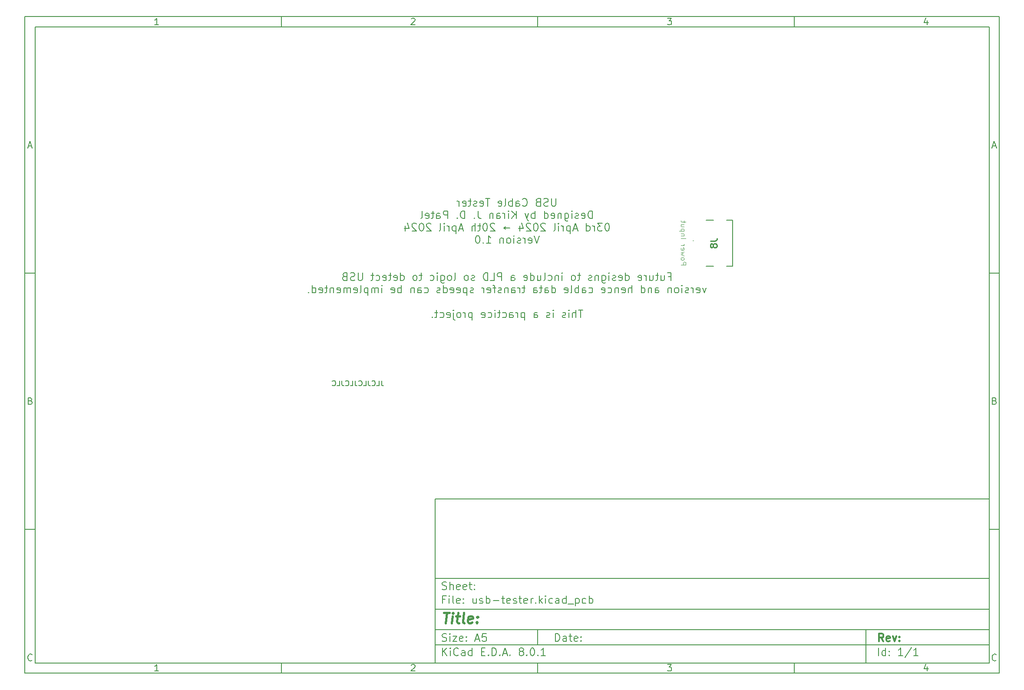
<source format=gbr>
%TF.GenerationSoftware,KiCad,Pcbnew,8.0.1*%
%TF.CreationDate,2024-04-20T18:29:45+01:00*%
%TF.ProjectId,usb-tester,7573622d-7465-4737-9465-722e6b696361,rev?*%
%TF.SameCoordinates,Original*%
%TF.FileFunction,Legend,Bot*%
%TF.FilePolarity,Positive*%
%FSLAX46Y46*%
G04 Gerber Fmt 4.6, Leading zero omitted, Abs format (unit mm)*
G04 Created by KiCad (PCBNEW 8.0.1) date 2024-04-20 18:29:45*
%MOMM*%
%LPD*%
G01*
G04 APERTURE LIST*
%ADD10C,0.100000*%
%ADD11C,0.150000*%
%ADD12C,0.300000*%
%ADD13C,0.400000*%
%ADD14C,0.187500*%
%ADD15C,0.200000*%
%ADD16C,0.254000*%
G04 APERTURE END LIST*
D10*
D11*
X90007200Y-104005800D02*
X198007200Y-104005800D01*
X198007200Y-136005800D01*
X90007200Y-136005800D01*
X90007200Y-104005800D01*
D10*
D11*
X10000000Y-10000000D02*
X200007200Y-10000000D01*
X200007200Y-138005800D01*
X10000000Y-138005800D01*
X10000000Y-10000000D01*
D10*
D11*
X12000000Y-12000000D02*
X198007200Y-12000000D01*
X198007200Y-136005800D01*
X12000000Y-136005800D01*
X12000000Y-12000000D01*
D10*
D11*
X60000000Y-12000000D02*
X60000000Y-10000000D01*
D10*
D11*
X110000000Y-12000000D02*
X110000000Y-10000000D01*
D10*
D11*
X160000000Y-12000000D02*
X160000000Y-10000000D01*
D10*
D11*
X36089160Y-11593604D02*
X35346303Y-11593604D01*
X35717731Y-11593604D02*
X35717731Y-10293604D01*
X35717731Y-10293604D02*
X35593922Y-10479319D01*
X35593922Y-10479319D02*
X35470112Y-10603128D01*
X35470112Y-10603128D02*
X35346303Y-10665033D01*
D10*
D11*
X85346303Y-10417414D02*
X85408207Y-10355509D01*
X85408207Y-10355509D02*
X85532017Y-10293604D01*
X85532017Y-10293604D02*
X85841541Y-10293604D01*
X85841541Y-10293604D02*
X85965350Y-10355509D01*
X85965350Y-10355509D02*
X86027255Y-10417414D01*
X86027255Y-10417414D02*
X86089160Y-10541223D01*
X86089160Y-10541223D02*
X86089160Y-10665033D01*
X86089160Y-10665033D02*
X86027255Y-10850747D01*
X86027255Y-10850747D02*
X85284398Y-11593604D01*
X85284398Y-11593604D02*
X86089160Y-11593604D01*
D10*
D11*
X135284398Y-10293604D02*
X136089160Y-10293604D01*
X136089160Y-10293604D02*
X135655826Y-10788842D01*
X135655826Y-10788842D02*
X135841541Y-10788842D01*
X135841541Y-10788842D02*
X135965350Y-10850747D01*
X135965350Y-10850747D02*
X136027255Y-10912652D01*
X136027255Y-10912652D02*
X136089160Y-11036461D01*
X136089160Y-11036461D02*
X136089160Y-11345985D01*
X136089160Y-11345985D02*
X136027255Y-11469795D01*
X136027255Y-11469795D02*
X135965350Y-11531700D01*
X135965350Y-11531700D02*
X135841541Y-11593604D01*
X135841541Y-11593604D02*
X135470112Y-11593604D01*
X135470112Y-11593604D02*
X135346303Y-11531700D01*
X135346303Y-11531700D02*
X135284398Y-11469795D01*
D10*
D11*
X185965350Y-10726938D02*
X185965350Y-11593604D01*
X185655826Y-10231700D02*
X185346303Y-11160271D01*
X185346303Y-11160271D02*
X186151064Y-11160271D01*
D10*
D11*
X60000000Y-136005800D02*
X60000000Y-138005800D01*
D10*
D11*
X110000000Y-136005800D02*
X110000000Y-138005800D01*
D10*
D11*
X160000000Y-136005800D02*
X160000000Y-138005800D01*
D10*
D11*
X36089160Y-137599404D02*
X35346303Y-137599404D01*
X35717731Y-137599404D02*
X35717731Y-136299404D01*
X35717731Y-136299404D02*
X35593922Y-136485119D01*
X35593922Y-136485119D02*
X35470112Y-136608928D01*
X35470112Y-136608928D02*
X35346303Y-136670833D01*
D10*
D11*
X85346303Y-136423214D02*
X85408207Y-136361309D01*
X85408207Y-136361309D02*
X85532017Y-136299404D01*
X85532017Y-136299404D02*
X85841541Y-136299404D01*
X85841541Y-136299404D02*
X85965350Y-136361309D01*
X85965350Y-136361309D02*
X86027255Y-136423214D01*
X86027255Y-136423214D02*
X86089160Y-136547023D01*
X86089160Y-136547023D02*
X86089160Y-136670833D01*
X86089160Y-136670833D02*
X86027255Y-136856547D01*
X86027255Y-136856547D02*
X85284398Y-137599404D01*
X85284398Y-137599404D02*
X86089160Y-137599404D01*
D10*
D11*
X135284398Y-136299404D02*
X136089160Y-136299404D01*
X136089160Y-136299404D02*
X135655826Y-136794642D01*
X135655826Y-136794642D02*
X135841541Y-136794642D01*
X135841541Y-136794642D02*
X135965350Y-136856547D01*
X135965350Y-136856547D02*
X136027255Y-136918452D01*
X136027255Y-136918452D02*
X136089160Y-137042261D01*
X136089160Y-137042261D02*
X136089160Y-137351785D01*
X136089160Y-137351785D02*
X136027255Y-137475595D01*
X136027255Y-137475595D02*
X135965350Y-137537500D01*
X135965350Y-137537500D02*
X135841541Y-137599404D01*
X135841541Y-137599404D02*
X135470112Y-137599404D01*
X135470112Y-137599404D02*
X135346303Y-137537500D01*
X135346303Y-137537500D02*
X135284398Y-137475595D01*
D10*
D11*
X185965350Y-136732738D02*
X185965350Y-137599404D01*
X185655826Y-136237500D02*
X185346303Y-137166071D01*
X185346303Y-137166071D02*
X186151064Y-137166071D01*
D10*
D11*
X10000000Y-60000000D02*
X12000000Y-60000000D01*
D10*
D11*
X10000000Y-110000000D02*
X12000000Y-110000000D01*
D10*
D11*
X10690476Y-35222176D02*
X11309523Y-35222176D01*
X10566666Y-35593604D02*
X10999999Y-34293604D01*
X10999999Y-34293604D02*
X11433333Y-35593604D01*
D10*
D11*
X11092857Y-84912652D02*
X11278571Y-84974557D01*
X11278571Y-84974557D02*
X11340476Y-85036461D01*
X11340476Y-85036461D02*
X11402380Y-85160271D01*
X11402380Y-85160271D02*
X11402380Y-85345985D01*
X11402380Y-85345985D02*
X11340476Y-85469795D01*
X11340476Y-85469795D02*
X11278571Y-85531700D01*
X11278571Y-85531700D02*
X11154761Y-85593604D01*
X11154761Y-85593604D02*
X10659523Y-85593604D01*
X10659523Y-85593604D02*
X10659523Y-84293604D01*
X10659523Y-84293604D02*
X11092857Y-84293604D01*
X11092857Y-84293604D02*
X11216666Y-84355509D01*
X11216666Y-84355509D02*
X11278571Y-84417414D01*
X11278571Y-84417414D02*
X11340476Y-84541223D01*
X11340476Y-84541223D02*
X11340476Y-84665033D01*
X11340476Y-84665033D02*
X11278571Y-84788842D01*
X11278571Y-84788842D02*
X11216666Y-84850747D01*
X11216666Y-84850747D02*
X11092857Y-84912652D01*
X11092857Y-84912652D02*
X10659523Y-84912652D01*
D10*
D11*
X11402380Y-135469795D02*
X11340476Y-135531700D01*
X11340476Y-135531700D02*
X11154761Y-135593604D01*
X11154761Y-135593604D02*
X11030952Y-135593604D01*
X11030952Y-135593604D02*
X10845238Y-135531700D01*
X10845238Y-135531700D02*
X10721428Y-135407890D01*
X10721428Y-135407890D02*
X10659523Y-135284080D01*
X10659523Y-135284080D02*
X10597619Y-135036461D01*
X10597619Y-135036461D02*
X10597619Y-134850747D01*
X10597619Y-134850747D02*
X10659523Y-134603128D01*
X10659523Y-134603128D02*
X10721428Y-134479319D01*
X10721428Y-134479319D02*
X10845238Y-134355509D01*
X10845238Y-134355509D02*
X11030952Y-134293604D01*
X11030952Y-134293604D02*
X11154761Y-134293604D01*
X11154761Y-134293604D02*
X11340476Y-134355509D01*
X11340476Y-134355509D02*
X11402380Y-134417414D01*
D10*
D11*
X200007200Y-60000000D02*
X198007200Y-60000000D01*
D10*
D11*
X200007200Y-110000000D02*
X198007200Y-110000000D01*
D10*
D11*
X198697676Y-35222176D02*
X199316723Y-35222176D01*
X198573866Y-35593604D02*
X199007199Y-34293604D01*
X199007199Y-34293604D02*
X199440533Y-35593604D01*
D10*
D11*
X199100057Y-84912652D02*
X199285771Y-84974557D01*
X199285771Y-84974557D02*
X199347676Y-85036461D01*
X199347676Y-85036461D02*
X199409580Y-85160271D01*
X199409580Y-85160271D02*
X199409580Y-85345985D01*
X199409580Y-85345985D02*
X199347676Y-85469795D01*
X199347676Y-85469795D02*
X199285771Y-85531700D01*
X199285771Y-85531700D02*
X199161961Y-85593604D01*
X199161961Y-85593604D02*
X198666723Y-85593604D01*
X198666723Y-85593604D02*
X198666723Y-84293604D01*
X198666723Y-84293604D02*
X199100057Y-84293604D01*
X199100057Y-84293604D02*
X199223866Y-84355509D01*
X199223866Y-84355509D02*
X199285771Y-84417414D01*
X199285771Y-84417414D02*
X199347676Y-84541223D01*
X199347676Y-84541223D02*
X199347676Y-84665033D01*
X199347676Y-84665033D02*
X199285771Y-84788842D01*
X199285771Y-84788842D02*
X199223866Y-84850747D01*
X199223866Y-84850747D02*
X199100057Y-84912652D01*
X199100057Y-84912652D02*
X198666723Y-84912652D01*
D10*
D11*
X199409580Y-135469795D02*
X199347676Y-135531700D01*
X199347676Y-135531700D02*
X199161961Y-135593604D01*
X199161961Y-135593604D02*
X199038152Y-135593604D01*
X199038152Y-135593604D02*
X198852438Y-135531700D01*
X198852438Y-135531700D02*
X198728628Y-135407890D01*
X198728628Y-135407890D02*
X198666723Y-135284080D01*
X198666723Y-135284080D02*
X198604819Y-135036461D01*
X198604819Y-135036461D02*
X198604819Y-134850747D01*
X198604819Y-134850747D02*
X198666723Y-134603128D01*
X198666723Y-134603128D02*
X198728628Y-134479319D01*
X198728628Y-134479319D02*
X198852438Y-134355509D01*
X198852438Y-134355509D02*
X199038152Y-134293604D01*
X199038152Y-134293604D02*
X199161961Y-134293604D01*
X199161961Y-134293604D02*
X199347676Y-134355509D01*
X199347676Y-134355509D02*
X199409580Y-134417414D01*
D10*
D11*
X113463026Y-131791928D02*
X113463026Y-130291928D01*
X113463026Y-130291928D02*
X113820169Y-130291928D01*
X113820169Y-130291928D02*
X114034455Y-130363357D01*
X114034455Y-130363357D02*
X114177312Y-130506214D01*
X114177312Y-130506214D02*
X114248741Y-130649071D01*
X114248741Y-130649071D02*
X114320169Y-130934785D01*
X114320169Y-130934785D02*
X114320169Y-131149071D01*
X114320169Y-131149071D02*
X114248741Y-131434785D01*
X114248741Y-131434785D02*
X114177312Y-131577642D01*
X114177312Y-131577642D02*
X114034455Y-131720500D01*
X114034455Y-131720500D02*
X113820169Y-131791928D01*
X113820169Y-131791928D02*
X113463026Y-131791928D01*
X115605884Y-131791928D02*
X115605884Y-131006214D01*
X115605884Y-131006214D02*
X115534455Y-130863357D01*
X115534455Y-130863357D02*
X115391598Y-130791928D01*
X115391598Y-130791928D02*
X115105884Y-130791928D01*
X115105884Y-130791928D02*
X114963026Y-130863357D01*
X115605884Y-131720500D02*
X115463026Y-131791928D01*
X115463026Y-131791928D02*
X115105884Y-131791928D01*
X115105884Y-131791928D02*
X114963026Y-131720500D01*
X114963026Y-131720500D02*
X114891598Y-131577642D01*
X114891598Y-131577642D02*
X114891598Y-131434785D01*
X114891598Y-131434785D02*
X114963026Y-131291928D01*
X114963026Y-131291928D02*
X115105884Y-131220500D01*
X115105884Y-131220500D02*
X115463026Y-131220500D01*
X115463026Y-131220500D02*
X115605884Y-131149071D01*
X116105884Y-130791928D02*
X116677312Y-130791928D01*
X116320169Y-130291928D02*
X116320169Y-131577642D01*
X116320169Y-131577642D02*
X116391598Y-131720500D01*
X116391598Y-131720500D02*
X116534455Y-131791928D01*
X116534455Y-131791928D02*
X116677312Y-131791928D01*
X117748741Y-131720500D02*
X117605884Y-131791928D01*
X117605884Y-131791928D02*
X117320170Y-131791928D01*
X117320170Y-131791928D02*
X117177312Y-131720500D01*
X117177312Y-131720500D02*
X117105884Y-131577642D01*
X117105884Y-131577642D02*
X117105884Y-131006214D01*
X117105884Y-131006214D02*
X117177312Y-130863357D01*
X117177312Y-130863357D02*
X117320170Y-130791928D01*
X117320170Y-130791928D02*
X117605884Y-130791928D01*
X117605884Y-130791928D02*
X117748741Y-130863357D01*
X117748741Y-130863357D02*
X117820170Y-131006214D01*
X117820170Y-131006214D02*
X117820170Y-131149071D01*
X117820170Y-131149071D02*
X117105884Y-131291928D01*
X118463026Y-131649071D02*
X118534455Y-131720500D01*
X118534455Y-131720500D02*
X118463026Y-131791928D01*
X118463026Y-131791928D02*
X118391598Y-131720500D01*
X118391598Y-131720500D02*
X118463026Y-131649071D01*
X118463026Y-131649071D02*
X118463026Y-131791928D01*
X118463026Y-130863357D02*
X118534455Y-130934785D01*
X118534455Y-130934785D02*
X118463026Y-131006214D01*
X118463026Y-131006214D02*
X118391598Y-130934785D01*
X118391598Y-130934785D02*
X118463026Y-130863357D01*
X118463026Y-130863357D02*
X118463026Y-131006214D01*
D10*
D11*
X90007200Y-132505800D02*
X198007200Y-132505800D01*
D10*
D11*
X91463026Y-134591928D02*
X91463026Y-133091928D01*
X92320169Y-134591928D02*
X91677312Y-133734785D01*
X92320169Y-133091928D02*
X91463026Y-133949071D01*
X92963026Y-134591928D02*
X92963026Y-133591928D01*
X92963026Y-133091928D02*
X92891598Y-133163357D01*
X92891598Y-133163357D02*
X92963026Y-133234785D01*
X92963026Y-133234785D02*
X93034455Y-133163357D01*
X93034455Y-133163357D02*
X92963026Y-133091928D01*
X92963026Y-133091928D02*
X92963026Y-133234785D01*
X94534455Y-134449071D02*
X94463027Y-134520500D01*
X94463027Y-134520500D02*
X94248741Y-134591928D01*
X94248741Y-134591928D02*
X94105884Y-134591928D01*
X94105884Y-134591928D02*
X93891598Y-134520500D01*
X93891598Y-134520500D02*
X93748741Y-134377642D01*
X93748741Y-134377642D02*
X93677312Y-134234785D01*
X93677312Y-134234785D02*
X93605884Y-133949071D01*
X93605884Y-133949071D02*
X93605884Y-133734785D01*
X93605884Y-133734785D02*
X93677312Y-133449071D01*
X93677312Y-133449071D02*
X93748741Y-133306214D01*
X93748741Y-133306214D02*
X93891598Y-133163357D01*
X93891598Y-133163357D02*
X94105884Y-133091928D01*
X94105884Y-133091928D02*
X94248741Y-133091928D01*
X94248741Y-133091928D02*
X94463027Y-133163357D01*
X94463027Y-133163357D02*
X94534455Y-133234785D01*
X95820170Y-134591928D02*
X95820170Y-133806214D01*
X95820170Y-133806214D02*
X95748741Y-133663357D01*
X95748741Y-133663357D02*
X95605884Y-133591928D01*
X95605884Y-133591928D02*
X95320170Y-133591928D01*
X95320170Y-133591928D02*
X95177312Y-133663357D01*
X95820170Y-134520500D02*
X95677312Y-134591928D01*
X95677312Y-134591928D02*
X95320170Y-134591928D01*
X95320170Y-134591928D02*
X95177312Y-134520500D01*
X95177312Y-134520500D02*
X95105884Y-134377642D01*
X95105884Y-134377642D02*
X95105884Y-134234785D01*
X95105884Y-134234785D02*
X95177312Y-134091928D01*
X95177312Y-134091928D02*
X95320170Y-134020500D01*
X95320170Y-134020500D02*
X95677312Y-134020500D01*
X95677312Y-134020500D02*
X95820170Y-133949071D01*
X97177313Y-134591928D02*
X97177313Y-133091928D01*
X97177313Y-134520500D02*
X97034455Y-134591928D01*
X97034455Y-134591928D02*
X96748741Y-134591928D01*
X96748741Y-134591928D02*
X96605884Y-134520500D01*
X96605884Y-134520500D02*
X96534455Y-134449071D01*
X96534455Y-134449071D02*
X96463027Y-134306214D01*
X96463027Y-134306214D02*
X96463027Y-133877642D01*
X96463027Y-133877642D02*
X96534455Y-133734785D01*
X96534455Y-133734785D02*
X96605884Y-133663357D01*
X96605884Y-133663357D02*
X96748741Y-133591928D01*
X96748741Y-133591928D02*
X97034455Y-133591928D01*
X97034455Y-133591928D02*
X97177313Y-133663357D01*
X99034455Y-133806214D02*
X99534455Y-133806214D01*
X99748741Y-134591928D02*
X99034455Y-134591928D01*
X99034455Y-134591928D02*
X99034455Y-133091928D01*
X99034455Y-133091928D02*
X99748741Y-133091928D01*
X100391598Y-134449071D02*
X100463027Y-134520500D01*
X100463027Y-134520500D02*
X100391598Y-134591928D01*
X100391598Y-134591928D02*
X100320170Y-134520500D01*
X100320170Y-134520500D02*
X100391598Y-134449071D01*
X100391598Y-134449071D02*
X100391598Y-134591928D01*
X101105884Y-134591928D02*
X101105884Y-133091928D01*
X101105884Y-133091928D02*
X101463027Y-133091928D01*
X101463027Y-133091928D02*
X101677313Y-133163357D01*
X101677313Y-133163357D02*
X101820170Y-133306214D01*
X101820170Y-133306214D02*
X101891599Y-133449071D01*
X101891599Y-133449071D02*
X101963027Y-133734785D01*
X101963027Y-133734785D02*
X101963027Y-133949071D01*
X101963027Y-133949071D02*
X101891599Y-134234785D01*
X101891599Y-134234785D02*
X101820170Y-134377642D01*
X101820170Y-134377642D02*
X101677313Y-134520500D01*
X101677313Y-134520500D02*
X101463027Y-134591928D01*
X101463027Y-134591928D02*
X101105884Y-134591928D01*
X102605884Y-134449071D02*
X102677313Y-134520500D01*
X102677313Y-134520500D02*
X102605884Y-134591928D01*
X102605884Y-134591928D02*
X102534456Y-134520500D01*
X102534456Y-134520500D02*
X102605884Y-134449071D01*
X102605884Y-134449071D02*
X102605884Y-134591928D01*
X103248742Y-134163357D02*
X103963028Y-134163357D01*
X103105885Y-134591928D02*
X103605885Y-133091928D01*
X103605885Y-133091928D02*
X104105885Y-134591928D01*
X104605884Y-134449071D02*
X104677313Y-134520500D01*
X104677313Y-134520500D02*
X104605884Y-134591928D01*
X104605884Y-134591928D02*
X104534456Y-134520500D01*
X104534456Y-134520500D02*
X104605884Y-134449071D01*
X104605884Y-134449071D02*
X104605884Y-134591928D01*
X106677313Y-133734785D02*
X106534456Y-133663357D01*
X106534456Y-133663357D02*
X106463027Y-133591928D01*
X106463027Y-133591928D02*
X106391599Y-133449071D01*
X106391599Y-133449071D02*
X106391599Y-133377642D01*
X106391599Y-133377642D02*
X106463027Y-133234785D01*
X106463027Y-133234785D02*
X106534456Y-133163357D01*
X106534456Y-133163357D02*
X106677313Y-133091928D01*
X106677313Y-133091928D02*
X106963027Y-133091928D01*
X106963027Y-133091928D02*
X107105885Y-133163357D01*
X107105885Y-133163357D02*
X107177313Y-133234785D01*
X107177313Y-133234785D02*
X107248742Y-133377642D01*
X107248742Y-133377642D02*
X107248742Y-133449071D01*
X107248742Y-133449071D02*
X107177313Y-133591928D01*
X107177313Y-133591928D02*
X107105885Y-133663357D01*
X107105885Y-133663357D02*
X106963027Y-133734785D01*
X106963027Y-133734785D02*
X106677313Y-133734785D01*
X106677313Y-133734785D02*
X106534456Y-133806214D01*
X106534456Y-133806214D02*
X106463027Y-133877642D01*
X106463027Y-133877642D02*
X106391599Y-134020500D01*
X106391599Y-134020500D02*
X106391599Y-134306214D01*
X106391599Y-134306214D02*
X106463027Y-134449071D01*
X106463027Y-134449071D02*
X106534456Y-134520500D01*
X106534456Y-134520500D02*
X106677313Y-134591928D01*
X106677313Y-134591928D02*
X106963027Y-134591928D01*
X106963027Y-134591928D02*
X107105885Y-134520500D01*
X107105885Y-134520500D02*
X107177313Y-134449071D01*
X107177313Y-134449071D02*
X107248742Y-134306214D01*
X107248742Y-134306214D02*
X107248742Y-134020500D01*
X107248742Y-134020500D02*
X107177313Y-133877642D01*
X107177313Y-133877642D02*
X107105885Y-133806214D01*
X107105885Y-133806214D02*
X106963027Y-133734785D01*
X107891598Y-134449071D02*
X107963027Y-134520500D01*
X107963027Y-134520500D02*
X107891598Y-134591928D01*
X107891598Y-134591928D02*
X107820170Y-134520500D01*
X107820170Y-134520500D02*
X107891598Y-134449071D01*
X107891598Y-134449071D02*
X107891598Y-134591928D01*
X108891599Y-133091928D02*
X109034456Y-133091928D01*
X109034456Y-133091928D02*
X109177313Y-133163357D01*
X109177313Y-133163357D02*
X109248742Y-133234785D01*
X109248742Y-133234785D02*
X109320170Y-133377642D01*
X109320170Y-133377642D02*
X109391599Y-133663357D01*
X109391599Y-133663357D02*
X109391599Y-134020500D01*
X109391599Y-134020500D02*
X109320170Y-134306214D01*
X109320170Y-134306214D02*
X109248742Y-134449071D01*
X109248742Y-134449071D02*
X109177313Y-134520500D01*
X109177313Y-134520500D02*
X109034456Y-134591928D01*
X109034456Y-134591928D02*
X108891599Y-134591928D01*
X108891599Y-134591928D02*
X108748742Y-134520500D01*
X108748742Y-134520500D02*
X108677313Y-134449071D01*
X108677313Y-134449071D02*
X108605884Y-134306214D01*
X108605884Y-134306214D02*
X108534456Y-134020500D01*
X108534456Y-134020500D02*
X108534456Y-133663357D01*
X108534456Y-133663357D02*
X108605884Y-133377642D01*
X108605884Y-133377642D02*
X108677313Y-133234785D01*
X108677313Y-133234785D02*
X108748742Y-133163357D01*
X108748742Y-133163357D02*
X108891599Y-133091928D01*
X110034455Y-134449071D02*
X110105884Y-134520500D01*
X110105884Y-134520500D02*
X110034455Y-134591928D01*
X110034455Y-134591928D02*
X109963027Y-134520500D01*
X109963027Y-134520500D02*
X110034455Y-134449071D01*
X110034455Y-134449071D02*
X110034455Y-134591928D01*
X111534456Y-134591928D02*
X110677313Y-134591928D01*
X111105884Y-134591928D02*
X111105884Y-133091928D01*
X111105884Y-133091928D02*
X110963027Y-133306214D01*
X110963027Y-133306214D02*
X110820170Y-133449071D01*
X110820170Y-133449071D02*
X110677313Y-133520500D01*
D10*
D11*
X90007200Y-129505800D02*
X198007200Y-129505800D01*
D10*
D12*
X177418853Y-131784128D02*
X176918853Y-131069842D01*
X176561710Y-131784128D02*
X176561710Y-130284128D01*
X176561710Y-130284128D02*
X177133139Y-130284128D01*
X177133139Y-130284128D02*
X177275996Y-130355557D01*
X177275996Y-130355557D02*
X177347425Y-130426985D01*
X177347425Y-130426985D02*
X177418853Y-130569842D01*
X177418853Y-130569842D02*
X177418853Y-130784128D01*
X177418853Y-130784128D02*
X177347425Y-130926985D01*
X177347425Y-130926985D02*
X177275996Y-130998414D01*
X177275996Y-130998414D02*
X177133139Y-131069842D01*
X177133139Y-131069842D02*
X176561710Y-131069842D01*
X178633139Y-131712700D02*
X178490282Y-131784128D01*
X178490282Y-131784128D02*
X178204568Y-131784128D01*
X178204568Y-131784128D02*
X178061710Y-131712700D01*
X178061710Y-131712700D02*
X177990282Y-131569842D01*
X177990282Y-131569842D02*
X177990282Y-130998414D01*
X177990282Y-130998414D02*
X178061710Y-130855557D01*
X178061710Y-130855557D02*
X178204568Y-130784128D01*
X178204568Y-130784128D02*
X178490282Y-130784128D01*
X178490282Y-130784128D02*
X178633139Y-130855557D01*
X178633139Y-130855557D02*
X178704568Y-130998414D01*
X178704568Y-130998414D02*
X178704568Y-131141271D01*
X178704568Y-131141271D02*
X177990282Y-131284128D01*
X179204567Y-130784128D02*
X179561710Y-131784128D01*
X179561710Y-131784128D02*
X179918853Y-130784128D01*
X180490281Y-131641271D02*
X180561710Y-131712700D01*
X180561710Y-131712700D02*
X180490281Y-131784128D01*
X180490281Y-131784128D02*
X180418853Y-131712700D01*
X180418853Y-131712700D02*
X180490281Y-131641271D01*
X180490281Y-131641271D02*
X180490281Y-131784128D01*
X180490281Y-130855557D02*
X180561710Y-130926985D01*
X180561710Y-130926985D02*
X180490281Y-130998414D01*
X180490281Y-130998414D02*
X180418853Y-130926985D01*
X180418853Y-130926985D02*
X180490281Y-130855557D01*
X180490281Y-130855557D02*
X180490281Y-130998414D01*
D10*
D11*
X91391598Y-131720500D02*
X91605884Y-131791928D01*
X91605884Y-131791928D02*
X91963026Y-131791928D01*
X91963026Y-131791928D02*
X92105884Y-131720500D01*
X92105884Y-131720500D02*
X92177312Y-131649071D01*
X92177312Y-131649071D02*
X92248741Y-131506214D01*
X92248741Y-131506214D02*
X92248741Y-131363357D01*
X92248741Y-131363357D02*
X92177312Y-131220500D01*
X92177312Y-131220500D02*
X92105884Y-131149071D01*
X92105884Y-131149071D02*
X91963026Y-131077642D01*
X91963026Y-131077642D02*
X91677312Y-131006214D01*
X91677312Y-131006214D02*
X91534455Y-130934785D01*
X91534455Y-130934785D02*
X91463026Y-130863357D01*
X91463026Y-130863357D02*
X91391598Y-130720500D01*
X91391598Y-130720500D02*
X91391598Y-130577642D01*
X91391598Y-130577642D02*
X91463026Y-130434785D01*
X91463026Y-130434785D02*
X91534455Y-130363357D01*
X91534455Y-130363357D02*
X91677312Y-130291928D01*
X91677312Y-130291928D02*
X92034455Y-130291928D01*
X92034455Y-130291928D02*
X92248741Y-130363357D01*
X92891597Y-131791928D02*
X92891597Y-130791928D01*
X92891597Y-130291928D02*
X92820169Y-130363357D01*
X92820169Y-130363357D02*
X92891597Y-130434785D01*
X92891597Y-130434785D02*
X92963026Y-130363357D01*
X92963026Y-130363357D02*
X92891597Y-130291928D01*
X92891597Y-130291928D02*
X92891597Y-130434785D01*
X93463026Y-130791928D02*
X94248741Y-130791928D01*
X94248741Y-130791928D02*
X93463026Y-131791928D01*
X93463026Y-131791928D02*
X94248741Y-131791928D01*
X95391598Y-131720500D02*
X95248741Y-131791928D01*
X95248741Y-131791928D02*
X94963027Y-131791928D01*
X94963027Y-131791928D02*
X94820169Y-131720500D01*
X94820169Y-131720500D02*
X94748741Y-131577642D01*
X94748741Y-131577642D02*
X94748741Y-131006214D01*
X94748741Y-131006214D02*
X94820169Y-130863357D01*
X94820169Y-130863357D02*
X94963027Y-130791928D01*
X94963027Y-130791928D02*
X95248741Y-130791928D01*
X95248741Y-130791928D02*
X95391598Y-130863357D01*
X95391598Y-130863357D02*
X95463027Y-131006214D01*
X95463027Y-131006214D02*
X95463027Y-131149071D01*
X95463027Y-131149071D02*
X94748741Y-131291928D01*
X96105883Y-131649071D02*
X96177312Y-131720500D01*
X96177312Y-131720500D02*
X96105883Y-131791928D01*
X96105883Y-131791928D02*
X96034455Y-131720500D01*
X96034455Y-131720500D02*
X96105883Y-131649071D01*
X96105883Y-131649071D02*
X96105883Y-131791928D01*
X96105883Y-130863357D02*
X96177312Y-130934785D01*
X96177312Y-130934785D02*
X96105883Y-131006214D01*
X96105883Y-131006214D02*
X96034455Y-130934785D01*
X96034455Y-130934785D02*
X96105883Y-130863357D01*
X96105883Y-130863357D02*
X96105883Y-131006214D01*
X97891598Y-131363357D02*
X98605884Y-131363357D01*
X97748741Y-131791928D02*
X98248741Y-130291928D01*
X98248741Y-130291928D02*
X98748741Y-131791928D01*
X99963026Y-130291928D02*
X99248740Y-130291928D01*
X99248740Y-130291928D02*
X99177312Y-131006214D01*
X99177312Y-131006214D02*
X99248740Y-130934785D01*
X99248740Y-130934785D02*
X99391598Y-130863357D01*
X99391598Y-130863357D02*
X99748740Y-130863357D01*
X99748740Y-130863357D02*
X99891598Y-130934785D01*
X99891598Y-130934785D02*
X99963026Y-131006214D01*
X99963026Y-131006214D02*
X100034455Y-131149071D01*
X100034455Y-131149071D02*
X100034455Y-131506214D01*
X100034455Y-131506214D02*
X99963026Y-131649071D01*
X99963026Y-131649071D02*
X99891598Y-131720500D01*
X99891598Y-131720500D02*
X99748740Y-131791928D01*
X99748740Y-131791928D02*
X99391598Y-131791928D01*
X99391598Y-131791928D02*
X99248740Y-131720500D01*
X99248740Y-131720500D02*
X99177312Y-131649071D01*
D10*
D11*
X176463026Y-134591928D02*
X176463026Y-133091928D01*
X177820170Y-134591928D02*
X177820170Y-133091928D01*
X177820170Y-134520500D02*
X177677312Y-134591928D01*
X177677312Y-134591928D02*
X177391598Y-134591928D01*
X177391598Y-134591928D02*
X177248741Y-134520500D01*
X177248741Y-134520500D02*
X177177312Y-134449071D01*
X177177312Y-134449071D02*
X177105884Y-134306214D01*
X177105884Y-134306214D02*
X177105884Y-133877642D01*
X177105884Y-133877642D02*
X177177312Y-133734785D01*
X177177312Y-133734785D02*
X177248741Y-133663357D01*
X177248741Y-133663357D02*
X177391598Y-133591928D01*
X177391598Y-133591928D02*
X177677312Y-133591928D01*
X177677312Y-133591928D02*
X177820170Y-133663357D01*
X178534455Y-134449071D02*
X178605884Y-134520500D01*
X178605884Y-134520500D02*
X178534455Y-134591928D01*
X178534455Y-134591928D02*
X178463027Y-134520500D01*
X178463027Y-134520500D02*
X178534455Y-134449071D01*
X178534455Y-134449071D02*
X178534455Y-134591928D01*
X178534455Y-133663357D02*
X178605884Y-133734785D01*
X178605884Y-133734785D02*
X178534455Y-133806214D01*
X178534455Y-133806214D02*
X178463027Y-133734785D01*
X178463027Y-133734785D02*
X178534455Y-133663357D01*
X178534455Y-133663357D02*
X178534455Y-133806214D01*
X181177313Y-134591928D02*
X180320170Y-134591928D01*
X180748741Y-134591928D02*
X180748741Y-133091928D01*
X180748741Y-133091928D02*
X180605884Y-133306214D01*
X180605884Y-133306214D02*
X180463027Y-133449071D01*
X180463027Y-133449071D02*
X180320170Y-133520500D01*
X182891598Y-133020500D02*
X181605884Y-134949071D01*
X184177313Y-134591928D02*
X183320170Y-134591928D01*
X183748741Y-134591928D02*
X183748741Y-133091928D01*
X183748741Y-133091928D02*
X183605884Y-133306214D01*
X183605884Y-133306214D02*
X183463027Y-133449071D01*
X183463027Y-133449071D02*
X183320170Y-133520500D01*
D10*
D11*
X90007200Y-125505800D02*
X198007200Y-125505800D01*
D10*
D13*
X91698928Y-126210238D02*
X92841785Y-126210238D01*
X92020357Y-128210238D02*
X92270357Y-126210238D01*
X93258452Y-128210238D02*
X93425119Y-126876904D01*
X93508452Y-126210238D02*
X93401309Y-126305476D01*
X93401309Y-126305476D02*
X93484643Y-126400714D01*
X93484643Y-126400714D02*
X93591786Y-126305476D01*
X93591786Y-126305476D02*
X93508452Y-126210238D01*
X93508452Y-126210238D02*
X93484643Y-126400714D01*
X94091786Y-126876904D02*
X94853690Y-126876904D01*
X94460833Y-126210238D02*
X94246548Y-127924523D01*
X94246548Y-127924523D02*
X94317976Y-128115000D01*
X94317976Y-128115000D02*
X94496548Y-128210238D01*
X94496548Y-128210238D02*
X94687024Y-128210238D01*
X95639405Y-128210238D02*
X95460833Y-128115000D01*
X95460833Y-128115000D02*
X95389405Y-127924523D01*
X95389405Y-127924523D02*
X95603690Y-126210238D01*
X97175119Y-128115000D02*
X96972738Y-128210238D01*
X96972738Y-128210238D02*
X96591785Y-128210238D01*
X96591785Y-128210238D02*
X96413214Y-128115000D01*
X96413214Y-128115000D02*
X96341785Y-127924523D01*
X96341785Y-127924523D02*
X96437024Y-127162619D01*
X96437024Y-127162619D02*
X96556071Y-126972142D01*
X96556071Y-126972142D02*
X96758452Y-126876904D01*
X96758452Y-126876904D02*
X97139404Y-126876904D01*
X97139404Y-126876904D02*
X97317976Y-126972142D01*
X97317976Y-126972142D02*
X97389404Y-127162619D01*
X97389404Y-127162619D02*
X97365595Y-127353095D01*
X97365595Y-127353095D02*
X96389404Y-127543571D01*
X98139405Y-128019761D02*
X98222738Y-128115000D01*
X98222738Y-128115000D02*
X98115595Y-128210238D01*
X98115595Y-128210238D02*
X98032262Y-128115000D01*
X98032262Y-128115000D02*
X98139405Y-128019761D01*
X98139405Y-128019761D02*
X98115595Y-128210238D01*
X98270357Y-126972142D02*
X98353690Y-127067380D01*
X98353690Y-127067380D02*
X98246548Y-127162619D01*
X98246548Y-127162619D02*
X98163214Y-127067380D01*
X98163214Y-127067380D02*
X98270357Y-126972142D01*
X98270357Y-126972142D02*
X98246548Y-127162619D01*
D10*
D11*
X91963026Y-123606214D02*
X91463026Y-123606214D01*
X91463026Y-124391928D02*
X91463026Y-122891928D01*
X91463026Y-122891928D02*
X92177312Y-122891928D01*
X92748740Y-124391928D02*
X92748740Y-123391928D01*
X92748740Y-122891928D02*
X92677312Y-122963357D01*
X92677312Y-122963357D02*
X92748740Y-123034785D01*
X92748740Y-123034785D02*
X92820169Y-122963357D01*
X92820169Y-122963357D02*
X92748740Y-122891928D01*
X92748740Y-122891928D02*
X92748740Y-123034785D01*
X93677312Y-124391928D02*
X93534455Y-124320500D01*
X93534455Y-124320500D02*
X93463026Y-124177642D01*
X93463026Y-124177642D02*
X93463026Y-122891928D01*
X94820169Y-124320500D02*
X94677312Y-124391928D01*
X94677312Y-124391928D02*
X94391598Y-124391928D01*
X94391598Y-124391928D02*
X94248740Y-124320500D01*
X94248740Y-124320500D02*
X94177312Y-124177642D01*
X94177312Y-124177642D02*
X94177312Y-123606214D01*
X94177312Y-123606214D02*
X94248740Y-123463357D01*
X94248740Y-123463357D02*
X94391598Y-123391928D01*
X94391598Y-123391928D02*
X94677312Y-123391928D01*
X94677312Y-123391928D02*
X94820169Y-123463357D01*
X94820169Y-123463357D02*
X94891598Y-123606214D01*
X94891598Y-123606214D02*
X94891598Y-123749071D01*
X94891598Y-123749071D02*
X94177312Y-123891928D01*
X95534454Y-124249071D02*
X95605883Y-124320500D01*
X95605883Y-124320500D02*
X95534454Y-124391928D01*
X95534454Y-124391928D02*
X95463026Y-124320500D01*
X95463026Y-124320500D02*
X95534454Y-124249071D01*
X95534454Y-124249071D02*
X95534454Y-124391928D01*
X95534454Y-123463357D02*
X95605883Y-123534785D01*
X95605883Y-123534785D02*
X95534454Y-123606214D01*
X95534454Y-123606214D02*
X95463026Y-123534785D01*
X95463026Y-123534785D02*
X95534454Y-123463357D01*
X95534454Y-123463357D02*
X95534454Y-123606214D01*
X98034455Y-123391928D02*
X98034455Y-124391928D01*
X97391597Y-123391928D02*
X97391597Y-124177642D01*
X97391597Y-124177642D02*
X97463026Y-124320500D01*
X97463026Y-124320500D02*
X97605883Y-124391928D01*
X97605883Y-124391928D02*
X97820169Y-124391928D01*
X97820169Y-124391928D02*
X97963026Y-124320500D01*
X97963026Y-124320500D02*
X98034455Y-124249071D01*
X98677312Y-124320500D02*
X98820169Y-124391928D01*
X98820169Y-124391928D02*
X99105883Y-124391928D01*
X99105883Y-124391928D02*
X99248740Y-124320500D01*
X99248740Y-124320500D02*
X99320169Y-124177642D01*
X99320169Y-124177642D02*
X99320169Y-124106214D01*
X99320169Y-124106214D02*
X99248740Y-123963357D01*
X99248740Y-123963357D02*
X99105883Y-123891928D01*
X99105883Y-123891928D02*
X98891598Y-123891928D01*
X98891598Y-123891928D02*
X98748740Y-123820500D01*
X98748740Y-123820500D02*
X98677312Y-123677642D01*
X98677312Y-123677642D02*
X98677312Y-123606214D01*
X98677312Y-123606214D02*
X98748740Y-123463357D01*
X98748740Y-123463357D02*
X98891598Y-123391928D01*
X98891598Y-123391928D02*
X99105883Y-123391928D01*
X99105883Y-123391928D02*
X99248740Y-123463357D01*
X99963026Y-124391928D02*
X99963026Y-122891928D01*
X99963026Y-123463357D02*
X100105884Y-123391928D01*
X100105884Y-123391928D02*
X100391598Y-123391928D01*
X100391598Y-123391928D02*
X100534455Y-123463357D01*
X100534455Y-123463357D02*
X100605884Y-123534785D01*
X100605884Y-123534785D02*
X100677312Y-123677642D01*
X100677312Y-123677642D02*
X100677312Y-124106214D01*
X100677312Y-124106214D02*
X100605884Y-124249071D01*
X100605884Y-124249071D02*
X100534455Y-124320500D01*
X100534455Y-124320500D02*
X100391598Y-124391928D01*
X100391598Y-124391928D02*
X100105884Y-124391928D01*
X100105884Y-124391928D02*
X99963026Y-124320500D01*
X101320169Y-123820500D02*
X102463027Y-123820500D01*
X102963027Y-123391928D02*
X103534455Y-123391928D01*
X103177312Y-122891928D02*
X103177312Y-124177642D01*
X103177312Y-124177642D02*
X103248741Y-124320500D01*
X103248741Y-124320500D02*
X103391598Y-124391928D01*
X103391598Y-124391928D02*
X103534455Y-124391928D01*
X104605884Y-124320500D02*
X104463027Y-124391928D01*
X104463027Y-124391928D02*
X104177313Y-124391928D01*
X104177313Y-124391928D02*
X104034455Y-124320500D01*
X104034455Y-124320500D02*
X103963027Y-124177642D01*
X103963027Y-124177642D02*
X103963027Y-123606214D01*
X103963027Y-123606214D02*
X104034455Y-123463357D01*
X104034455Y-123463357D02*
X104177313Y-123391928D01*
X104177313Y-123391928D02*
X104463027Y-123391928D01*
X104463027Y-123391928D02*
X104605884Y-123463357D01*
X104605884Y-123463357D02*
X104677313Y-123606214D01*
X104677313Y-123606214D02*
X104677313Y-123749071D01*
X104677313Y-123749071D02*
X103963027Y-123891928D01*
X105248741Y-124320500D02*
X105391598Y-124391928D01*
X105391598Y-124391928D02*
X105677312Y-124391928D01*
X105677312Y-124391928D02*
X105820169Y-124320500D01*
X105820169Y-124320500D02*
X105891598Y-124177642D01*
X105891598Y-124177642D02*
X105891598Y-124106214D01*
X105891598Y-124106214D02*
X105820169Y-123963357D01*
X105820169Y-123963357D02*
X105677312Y-123891928D01*
X105677312Y-123891928D02*
X105463027Y-123891928D01*
X105463027Y-123891928D02*
X105320169Y-123820500D01*
X105320169Y-123820500D02*
X105248741Y-123677642D01*
X105248741Y-123677642D02*
X105248741Y-123606214D01*
X105248741Y-123606214D02*
X105320169Y-123463357D01*
X105320169Y-123463357D02*
X105463027Y-123391928D01*
X105463027Y-123391928D02*
X105677312Y-123391928D01*
X105677312Y-123391928D02*
X105820169Y-123463357D01*
X106320170Y-123391928D02*
X106891598Y-123391928D01*
X106534455Y-122891928D02*
X106534455Y-124177642D01*
X106534455Y-124177642D02*
X106605884Y-124320500D01*
X106605884Y-124320500D02*
X106748741Y-124391928D01*
X106748741Y-124391928D02*
X106891598Y-124391928D01*
X107963027Y-124320500D02*
X107820170Y-124391928D01*
X107820170Y-124391928D02*
X107534456Y-124391928D01*
X107534456Y-124391928D02*
X107391598Y-124320500D01*
X107391598Y-124320500D02*
X107320170Y-124177642D01*
X107320170Y-124177642D02*
X107320170Y-123606214D01*
X107320170Y-123606214D02*
X107391598Y-123463357D01*
X107391598Y-123463357D02*
X107534456Y-123391928D01*
X107534456Y-123391928D02*
X107820170Y-123391928D01*
X107820170Y-123391928D02*
X107963027Y-123463357D01*
X107963027Y-123463357D02*
X108034456Y-123606214D01*
X108034456Y-123606214D02*
X108034456Y-123749071D01*
X108034456Y-123749071D02*
X107320170Y-123891928D01*
X108677312Y-124391928D02*
X108677312Y-123391928D01*
X108677312Y-123677642D02*
X108748741Y-123534785D01*
X108748741Y-123534785D02*
X108820170Y-123463357D01*
X108820170Y-123463357D02*
X108963027Y-123391928D01*
X108963027Y-123391928D02*
X109105884Y-123391928D01*
X109605883Y-124249071D02*
X109677312Y-124320500D01*
X109677312Y-124320500D02*
X109605883Y-124391928D01*
X109605883Y-124391928D02*
X109534455Y-124320500D01*
X109534455Y-124320500D02*
X109605883Y-124249071D01*
X109605883Y-124249071D02*
X109605883Y-124391928D01*
X110320169Y-124391928D02*
X110320169Y-122891928D01*
X110463027Y-123820500D02*
X110891598Y-124391928D01*
X110891598Y-123391928D02*
X110320169Y-123963357D01*
X111534455Y-124391928D02*
X111534455Y-123391928D01*
X111534455Y-122891928D02*
X111463027Y-122963357D01*
X111463027Y-122963357D02*
X111534455Y-123034785D01*
X111534455Y-123034785D02*
X111605884Y-122963357D01*
X111605884Y-122963357D02*
X111534455Y-122891928D01*
X111534455Y-122891928D02*
X111534455Y-123034785D01*
X112891599Y-124320500D02*
X112748741Y-124391928D01*
X112748741Y-124391928D02*
X112463027Y-124391928D01*
X112463027Y-124391928D02*
X112320170Y-124320500D01*
X112320170Y-124320500D02*
X112248741Y-124249071D01*
X112248741Y-124249071D02*
X112177313Y-124106214D01*
X112177313Y-124106214D02*
X112177313Y-123677642D01*
X112177313Y-123677642D02*
X112248741Y-123534785D01*
X112248741Y-123534785D02*
X112320170Y-123463357D01*
X112320170Y-123463357D02*
X112463027Y-123391928D01*
X112463027Y-123391928D02*
X112748741Y-123391928D01*
X112748741Y-123391928D02*
X112891599Y-123463357D01*
X114177313Y-124391928D02*
X114177313Y-123606214D01*
X114177313Y-123606214D02*
X114105884Y-123463357D01*
X114105884Y-123463357D02*
X113963027Y-123391928D01*
X113963027Y-123391928D02*
X113677313Y-123391928D01*
X113677313Y-123391928D02*
X113534455Y-123463357D01*
X114177313Y-124320500D02*
X114034455Y-124391928D01*
X114034455Y-124391928D02*
X113677313Y-124391928D01*
X113677313Y-124391928D02*
X113534455Y-124320500D01*
X113534455Y-124320500D02*
X113463027Y-124177642D01*
X113463027Y-124177642D02*
X113463027Y-124034785D01*
X113463027Y-124034785D02*
X113534455Y-123891928D01*
X113534455Y-123891928D02*
X113677313Y-123820500D01*
X113677313Y-123820500D02*
X114034455Y-123820500D01*
X114034455Y-123820500D02*
X114177313Y-123749071D01*
X115534456Y-124391928D02*
X115534456Y-122891928D01*
X115534456Y-124320500D02*
X115391598Y-124391928D01*
X115391598Y-124391928D02*
X115105884Y-124391928D01*
X115105884Y-124391928D02*
X114963027Y-124320500D01*
X114963027Y-124320500D02*
X114891598Y-124249071D01*
X114891598Y-124249071D02*
X114820170Y-124106214D01*
X114820170Y-124106214D02*
X114820170Y-123677642D01*
X114820170Y-123677642D02*
X114891598Y-123534785D01*
X114891598Y-123534785D02*
X114963027Y-123463357D01*
X114963027Y-123463357D02*
X115105884Y-123391928D01*
X115105884Y-123391928D02*
X115391598Y-123391928D01*
X115391598Y-123391928D02*
X115534456Y-123463357D01*
X115891599Y-124534785D02*
X117034456Y-124534785D01*
X117391598Y-123391928D02*
X117391598Y-124891928D01*
X117391598Y-123463357D02*
X117534456Y-123391928D01*
X117534456Y-123391928D02*
X117820170Y-123391928D01*
X117820170Y-123391928D02*
X117963027Y-123463357D01*
X117963027Y-123463357D02*
X118034456Y-123534785D01*
X118034456Y-123534785D02*
X118105884Y-123677642D01*
X118105884Y-123677642D02*
X118105884Y-124106214D01*
X118105884Y-124106214D02*
X118034456Y-124249071D01*
X118034456Y-124249071D02*
X117963027Y-124320500D01*
X117963027Y-124320500D02*
X117820170Y-124391928D01*
X117820170Y-124391928D02*
X117534456Y-124391928D01*
X117534456Y-124391928D02*
X117391598Y-124320500D01*
X119391599Y-124320500D02*
X119248741Y-124391928D01*
X119248741Y-124391928D02*
X118963027Y-124391928D01*
X118963027Y-124391928D02*
X118820170Y-124320500D01*
X118820170Y-124320500D02*
X118748741Y-124249071D01*
X118748741Y-124249071D02*
X118677313Y-124106214D01*
X118677313Y-124106214D02*
X118677313Y-123677642D01*
X118677313Y-123677642D02*
X118748741Y-123534785D01*
X118748741Y-123534785D02*
X118820170Y-123463357D01*
X118820170Y-123463357D02*
X118963027Y-123391928D01*
X118963027Y-123391928D02*
X119248741Y-123391928D01*
X119248741Y-123391928D02*
X119391599Y-123463357D01*
X120034455Y-124391928D02*
X120034455Y-122891928D01*
X120034455Y-123463357D02*
X120177313Y-123391928D01*
X120177313Y-123391928D02*
X120463027Y-123391928D01*
X120463027Y-123391928D02*
X120605884Y-123463357D01*
X120605884Y-123463357D02*
X120677313Y-123534785D01*
X120677313Y-123534785D02*
X120748741Y-123677642D01*
X120748741Y-123677642D02*
X120748741Y-124106214D01*
X120748741Y-124106214D02*
X120677313Y-124249071D01*
X120677313Y-124249071D02*
X120605884Y-124320500D01*
X120605884Y-124320500D02*
X120463027Y-124391928D01*
X120463027Y-124391928D02*
X120177313Y-124391928D01*
X120177313Y-124391928D02*
X120034455Y-124320500D01*
D10*
D11*
X90007200Y-119505800D02*
X198007200Y-119505800D01*
D10*
D11*
X91391598Y-121620500D02*
X91605884Y-121691928D01*
X91605884Y-121691928D02*
X91963026Y-121691928D01*
X91963026Y-121691928D02*
X92105884Y-121620500D01*
X92105884Y-121620500D02*
X92177312Y-121549071D01*
X92177312Y-121549071D02*
X92248741Y-121406214D01*
X92248741Y-121406214D02*
X92248741Y-121263357D01*
X92248741Y-121263357D02*
X92177312Y-121120500D01*
X92177312Y-121120500D02*
X92105884Y-121049071D01*
X92105884Y-121049071D02*
X91963026Y-120977642D01*
X91963026Y-120977642D02*
X91677312Y-120906214D01*
X91677312Y-120906214D02*
X91534455Y-120834785D01*
X91534455Y-120834785D02*
X91463026Y-120763357D01*
X91463026Y-120763357D02*
X91391598Y-120620500D01*
X91391598Y-120620500D02*
X91391598Y-120477642D01*
X91391598Y-120477642D02*
X91463026Y-120334785D01*
X91463026Y-120334785D02*
X91534455Y-120263357D01*
X91534455Y-120263357D02*
X91677312Y-120191928D01*
X91677312Y-120191928D02*
X92034455Y-120191928D01*
X92034455Y-120191928D02*
X92248741Y-120263357D01*
X92891597Y-121691928D02*
X92891597Y-120191928D01*
X93534455Y-121691928D02*
X93534455Y-120906214D01*
X93534455Y-120906214D02*
X93463026Y-120763357D01*
X93463026Y-120763357D02*
X93320169Y-120691928D01*
X93320169Y-120691928D02*
X93105883Y-120691928D01*
X93105883Y-120691928D02*
X92963026Y-120763357D01*
X92963026Y-120763357D02*
X92891597Y-120834785D01*
X94820169Y-121620500D02*
X94677312Y-121691928D01*
X94677312Y-121691928D02*
X94391598Y-121691928D01*
X94391598Y-121691928D02*
X94248740Y-121620500D01*
X94248740Y-121620500D02*
X94177312Y-121477642D01*
X94177312Y-121477642D02*
X94177312Y-120906214D01*
X94177312Y-120906214D02*
X94248740Y-120763357D01*
X94248740Y-120763357D02*
X94391598Y-120691928D01*
X94391598Y-120691928D02*
X94677312Y-120691928D01*
X94677312Y-120691928D02*
X94820169Y-120763357D01*
X94820169Y-120763357D02*
X94891598Y-120906214D01*
X94891598Y-120906214D02*
X94891598Y-121049071D01*
X94891598Y-121049071D02*
X94177312Y-121191928D01*
X96105883Y-121620500D02*
X95963026Y-121691928D01*
X95963026Y-121691928D02*
X95677312Y-121691928D01*
X95677312Y-121691928D02*
X95534454Y-121620500D01*
X95534454Y-121620500D02*
X95463026Y-121477642D01*
X95463026Y-121477642D02*
X95463026Y-120906214D01*
X95463026Y-120906214D02*
X95534454Y-120763357D01*
X95534454Y-120763357D02*
X95677312Y-120691928D01*
X95677312Y-120691928D02*
X95963026Y-120691928D01*
X95963026Y-120691928D02*
X96105883Y-120763357D01*
X96105883Y-120763357D02*
X96177312Y-120906214D01*
X96177312Y-120906214D02*
X96177312Y-121049071D01*
X96177312Y-121049071D02*
X95463026Y-121191928D01*
X96605883Y-120691928D02*
X97177311Y-120691928D01*
X96820168Y-120191928D02*
X96820168Y-121477642D01*
X96820168Y-121477642D02*
X96891597Y-121620500D01*
X96891597Y-121620500D02*
X97034454Y-121691928D01*
X97034454Y-121691928D02*
X97177311Y-121691928D01*
X97677311Y-121549071D02*
X97748740Y-121620500D01*
X97748740Y-121620500D02*
X97677311Y-121691928D01*
X97677311Y-121691928D02*
X97605883Y-121620500D01*
X97605883Y-121620500D02*
X97677311Y-121549071D01*
X97677311Y-121549071D02*
X97677311Y-121691928D01*
X97677311Y-120763357D02*
X97748740Y-120834785D01*
X97748740Y-120834785D02*
X97677311Y-120906214D01*
X97677311Y-120906214D02*
X97605883Y-120834785D01*
X97605883Y-120834785D02*
X97677311Y-120763357D01*
X97677311Y-120763357D02*
X97677311Y-120906214D01*
D10*
D12*
D10*
D11*
D10*
D11*
D10*
D11*
D10*
D11*
D10*
D11*
X110007200Y-129505800D02*
X110007200Y-132505800D01*
D10*
D11*
X174007200Y-129505800D02*
X174007200Y-136005800D01*
D14*
X79552835Y-80967869D02*
X79552835Y-81682154D01*
X79552835Y-81682154D02*
X79600454Y-81825011D01*
X79600454Y-81825011D02*
X79695692Y-81920250D01*
X79695692Y-81920250D02*
X79838549Y-81967869D01*
X79838549Y-81967869D02*
X79933787Y-81967869D01*
X78600454Y-81967869D02*
X79076644Y-81967869D01*
X79076644Y-81967869D02*
X79076644Y-80967869D01*
X77695692Y-81872630D02*
X77743311Y-81920250D01*
X77743311Y-81920250D02*
X77886168Y-81967869D01*
X77886168Y-81967869D02*
X77981406Y-81967869D01*
X77981406Y-81967869D02*
X78124263Y-81920250D01*
X78124263Y-81920250D02*
X78219501Y-81825011D01*
X78219501Y-81825011D02*
X78267120Y-81729773D01*
X78267120Y-81729773D02*
X78314739Y-81539297D01*
X78314739Y-81539297D02*
X78314739Y-81396440D01*
X78314739Y-81396440D02*
X78267120Y-81205964D01*
X78267120Y-81205964D02*
X78219501Y-81110726D01*
X78219501Y-81110726D02*
X78124263Y-81015488D01*
X78124263Y-81015488D02*
X77981406Y-80967869D01*
X77981406Y-80967869D02*
X77886168Y-80967869D01*
X77886168Y-80967869D02*
X77743311Y-81015488D01*
X77743311Y-81015488D02*
X77695692Y-81063107D01*
X76981406Y-80967869D02*
X76981406Y-81682154D01*
X76981406Y-81682154D02*
X77029025Y-81825011D01*
X77029025Y-81825011D02*
X77124263Y-81920250D01*
X77124263Y-81920250D02*
X77267120Y-81967869D01*
X77267120Y-81967869D02*
X77362358Y-81967869D01*
X76029025Y-81967869D02*
X76505215Y-81967869D01*
X76505215Y-81967869D02*
X76505215Y-80967869D01*
X75124263Y-81872630D02*
X75171882Y-81920250D01*
X75171882Y-81920250D02*
X75314739Y-81967869D01*
X75314739Y-81967869D02*
X75409977Y-81967869D01*
X75409977Y-81967869D02*
X75552834Y-81920250D01*
X75552834Y-81920250D02*
X75648072Y-81825011D01*
X75648072Y-81825011D02*
X75695691Y-81729773D01*
X75695691Y-81729773D02*
X75743310Y-81539297D01*
X75743310Y-81539297D02*
X75743310Y-81396440D01*
X75743310Y-81396440D02*
X75695691Y-81205964D01*
X75695691Y-81205964D02*
X75648072Y-81110726D01*
X75648072Y-81110726D02*
X75552834Y-81015488D01*
X75552834Y-81015488D02*
X75409977Y-80967869D01*
X75409977Y-80967869D02*
X75314739Y-80967869D01*
X75314739Y-80967869D02*
X75171882Y-81015488D01*
X75171882Y-81015488D02*
X75124263Y-81063107D01*
X74409977Y-80967869D02*
X74409977Y-81682154D01*
X74409977Y-81682154D02*
X74457596Y-81825011D01*
X74457596Y-81825011D02*
X74552834Y-81920250D01*
X74552834Y-81920250D02*
X74695691Y-81967869D01*
X74695691Y-81967869D02*
X74790929Y-81967869D01*
X73457596Y-81967869D02*
X73933786Y-81967869D01*
X73933786Y-81967869D02*
X73933786Y-80967869D01*
X72552834Y-81872630D02*
X72600453Y-81920250D01*
X72600453Y-81920250D02*
X72743310Y-81967869D01*
X72743310Y-81967869D02*
X72838548Y-81967869D01*
X72838548Y-81967869D02*
X72981405Y-81920250D01*
X72981405Y-81920250D02*
X73076643Y-81825011D01*
X73076643Y-81825011D02*
X73124262Y-81729773D01*
X73124262Y-81729773D02*
X73171881Y-81539297D01*
X73171881Y-81539297D02*
X73171881Y-81396440D01*
X73171881Y-81396440D02*
X73124262Y-81205964D01*
X73124262Y-81205964D02*
X73076643Y-81110726D01*
X73076643Y-81110726D02*
X72981405Y-81015488D01*
X72981405Y-81015488D02*
X72838548Y-80967869D01*
X72838548Y-80967869D02*
X72743310Y-80967869D01*
X72743310Y-80967869D02*
X72600453Y-81015488D01*
X72600453Y-81015488D02*
X72552834Y-81063107D01*
X71838548Y-80967869D02*
X71838548Y-81682154D01*
X71838548Y-81682154D02*
X71886167Y-81825011D01*
X71886167Y-81825011D02*
X71981405Y-81920250D01*
X71981405Y-81920250D02*
X72124262Y-81967869D01*
X72124262Y-81967869D02*
X72219500Y-81967869D01*
X70886167Y-81967869D02*
X71362357Y-81967869D01*
X71362357Y-81967869D02*
X71362357Y-80967869D01*
X69981405Y-81872630D02*
X70029024Y-81920250D01*
X70029024Y-81920250D02*
X70171881Y-81967869D01*
X70171881Y-81967869D02*
X70267119Y-81967869D01*
X70267119Y-81967869D02*
X70409976Y-81920250D01*
X70409976Y-81920250D02*
X70505214Y-81825011D01*
X70505214Y-81825011D02*
X70552833Y-81729773D01*
X70552833Y-81729773D02*
X70600452Y-81539297D01*
X70600452Y-81539297D02*
X70600452Y-81396440D01*
X70600452Y-81396440D02*
X70552833Y-81205964D01*
X70552833Y-81205964D02*
X70505214Y-81110726D01*
X70505214Y-81110726D02*
X70409976Y-81015488D01*
X70409976Y-81015488D02*
X70267119Y-80967869D01*
X70267119Y-80967869D02*
X70171881Y-80967869D01*
X70171881Y-80967869D02*
X70029024Y-81015488D01*
X70029024Y-81015488D02*
X69981405Y-81063107D01*
D15*
X113550713Y-45443906D02*
X113550713Y-46658192D01*
X113550713Y-46658192D02*
X113479284Y-46801049D01*
X113479284Y-46801049D02*
X113407856Y-46872478D01*
X113407856Y-46872478D02*
X113264998Y-46943906D01*
X113264998Y-46943906D02*
X112979284Y-46943906D01*
X112979284Y-46943906D02*
X112836427Y-46872478D01*
X112836427Y-46872478D02*
X112764998Y-46801049D01*
X112764998Y-46801049D02*
X112693570Y-46658192D01*
X112693570Y-46658192D02*
X112693570Y-45443906D01*
X112050712Y-46872478D02*
X111836427Y-46943906D01*
X111836427Y-46943906D02*
X111479284Y-46943906D01*
X111479284Y-46943906D02*
X111336427Y-46872478D01*
X111336427Y-46872478D02*
X111264998Y-46801049D01*
X111264998Y-46801049D02*
X111193569Y-46658192D01*
X111193569Y-46658192D02*
X111193569Y-46515335D01*
X111193569Y-46515335D02*
X111264998Y-46372478D01*
X111264998Y-46372478D02*
X111336427Y-46301049D01*
X111336427Y-46301049D02*
X111479284Y-46229620D01*
X111479284Y-46229620D02*
X111764998Y-46158192D01*
X111764998Y-46158192D02*
X111907855Y-46086763D01*
X111907855Y-46086763D02*
X111979284Y-46015335D01*
X111979284Y-46015335D02*
X112050712Y-45872478D01*
X112050712Y-45872478D02*
X112050712Y-45729620D01*
X112050712Y-45729620D02*
X111979284Y-45586763D01*
X111979284Y-45586763D02*
X111907855Y-45515335D01*
X111907855Y-45515335D02*
X111764998Y-45443906D01*
X111764998Y-45443906D02*
X111407855Y-45443906D01*
X111407855Y-45443906D02*
X111193569Y-45515335D01*
X110050713Y-46158192D02*
X109836427Y-46229620D01*
X109836427Y-46229620D02*
X109764998Y-46301049D01*
X109764998Y-46301049D02*
X109693570Y-46443906D01*
X109693570Y-46443906D02*
X109693570Y-46658192D01*
X109693570Y-46658192D02*
X109764998Y-46801049D01*
X109764998Y-46801049D02*
X109836427Y-46872478D01*
X109836427Y-46872478D02*
X109979284Y-46943906D01*
X109979284Y-46943906D02*
X110550713Y-46943906D01*
X110550713Y-46943906D02*
X110550713Y-45443906D01*
X110550713Y-45443906D02*
X110050713Y-45443906D01*
X110050713Y-45443906D02*
X109907856Y-45515335D01*
X109907856Y-45515335D02*
X109836427Y-45586763D01*
X109836427Y-45586763D02*
X109764998Y-45729620D01*
X109764998Y-45729620D02*
X109764998Y-45872478D01*
X109764998Y-45872478D02*
X109836427Y-46015335D01*
X109836427Y-46015335D02*
X109907856Y-46086763D01*
X109907856Y-46086763D02*
X110050713Y-46158192D01*
X110050713Y-46158192D02*
X110550713Y-46158192D01*
X107050713Y-46801049D02*
X107122141Y-46872478D01*
X107122141Y-46872478D02*
X107336427Y-46943906D01*
X107336427Y-46943906D02*
X107479284Y-46943906D01*
X107479284Y-46943906D02*
X107693570Y-46872478D01*
X107693570Y-46872478D02*
X107836427Y-46729620D01*
X107836427Y-46729620D02*
X107907856Y-46586763D01*
X107907856Y-46586763D02*
X107979284Y-46301049D01*
X107979284Y-46301049D02*
X107979284Y-46086763D01*
X107979284Y-46086763D02*
X107907856Y-45801049D01*
X107907856Y-45801049D02*
X107836427Y-45658192D01*
X107836427Y-45658192D02*
X107693570Y-45515335D01*
X107693570Y-45515335D02*
X107479284Y-45443906D01*
X107479284Y-45443906D02*
X107336427Y-45443906D01*
X107336427Y-45443906D02*
X107122141Y-45515335D01*
X107122141Y-45515335D02*
X107050713Y-45586763D01*
X105764999Y-46943906D02*
X105764999Y-46158192D01*
X105764999Y-46158192D02*
X105836427Y-46015335D01*
X105836427Y-46015335D02*
X105979284Y-45943906D01*
X105979284Y-45943906D02*
X106264999Y-45943906D01*
X106264999Y-45943906D02*
X106407856Y-46015335D01*
X105764999Y-46872478D02*
X105907856Y-46943906D01*
X105907856Y-46943906D02*
X106264999Y-46943906D01*
X106264999Y-46943906D02*
X106407856Y-46872478D01*
X106407856Y-46872478D02*
X106479284Y-46729620D01*
X106479284Y-46729620D02*
X106479284Y-46586763D01*
X106479284Y-46586763D02*
X106407856Y-46443906D01*
X106407856Y-46443906D02*
X106264999Y-46372478D01*
X106264999Y-46372478D02*
X105907856Y-46372478D01*
X105907856Y-46372478D02*
X105764999Y-46301049D01*
X105050713Y-46943906D02*
X105050713Y-45443906D01*
X105050713Y-46015335D02*
X104907856Y-45943906D01*
X104907856Y-45943906D02*
X104622141Y-45943906D01*
X104622141Y-45943906D02*
X104479284Y-46015335D01*
X104479284Y-46015335D02*
X104407856Y-46086763D01*
X104407856Y-46086763D02*
X104336427Y-46229620D01*
X104336427Y-46229620D02*
X104336427Y-46658192D01*
X104336427Y-46658192D02*
X104407856Y-46801049D01*
X104407856Y-46801049D02*
X104479284Y-46872478D01*
X104479284Y-46872478D02*
X104622141Y-46943906D01*
X104622141Y-46943906D02*
X104907856Y-46943906D01*
X104907856Y-46943906D02*
X105050713Y-46872478D01*
X103479284Y-46943906D02*
X103622141Y-46872478D01*
X103622141Y-46872478D02*
X103693570Y-46729620D01*
X103693570Y-46729620D02*
X103693570Y-45443906D01*
X102336427Y-46872478D02*
X102479284Y-46943906D01*
X102479284Y-46943906D02*
X102764999Y-46943906D01*
X102764999Y-46943906D02*
X102907856Y-46872478D01*
X102907856Y-46872478D02*
X102979284Y-46729620D01*
X102979284Y-46729620D02*
X102979284Y-46158192D01*
X102979284Y-46158192D02*
X102907856Y-46015335D01*
X102907856Y-46015335D02*
X102764999Y-45943906D01*
X102764999Y-45943906D02*
X102479284Y-45943906D01*
X102479284Y-45943906D02*
X102336427Y-46015335D01*
X102336427Y-46015335D02*
X102264999Y-46158192D01*
X102264999Y-46158192D02*
X102264999Y-46301049D01*
X102264999Y-46301049D02*
X102979284Y-46443906D01*
X100693570Y-45443906D02*
X99836428Y-45443906D01*
X100264999Y-46943906D02*
X100264999Y-45443906D01*
X98764999Y-46872478D02*
X98907856Y-46943906D01*
X98907856Y-46943906D02*
X99193571Y-46943906D01*
X99193571Y-46943906D02*
X99336428Y-46872478D01*
X99336428Y-46872478D02*
X99407856Y-46729620D01*
X99407856Y-46729620D02*
X99407856Y-46158192D01*
X99407856Y-46158192D02*
X99336428Y-46015335D01*
X99336428Y-46015335D02*
X99193571Y-45943906D01*
X99193571Y-45943906D02*
X98907856Y-45943906D01*
X98907856Y-45943906D02*
X98764999Y-46015335D01*
X98764999Y-46015335D02*
X98693571Y-46158192D01*
X98693571Y-46158192D02*
X98693571Y-46301049D01*
X98693571Y-46301049D02*
X99407856Y-46443906D01*
X98122142Y-46872478D02*
X97979285Y-46943906D01*
X97979285Y-46943906D02*
X97693571Y-46943906D01*
X97693571Y-46943906D02*
X97550714Y-46872478D01*
X97550714Y-46872478D02*
X97479285Y-46729620D01*
X97479285Y-46729620D02*
X97479285Y-46658192D01*
X97479285Y-46658192D02*
X97550714Y-46515335D01*
X97550714Y-46515335D02*
X97693571Y-46443906D01*
X97693571Y-46443906D02*
X97907857Y-46443906D01*
X97907857Y-46443906D02*
X98050714Y-46372478D01*
X98050714Y-46372478D02*
X98122142Y-46229620D01*
X98122142Y-46229620D02*
X98122142Y-46158192D01*
X98122142Y-46158192D02*
X98050714Y-46015335D01*
X98050714Y-46015335D02*
X97907857Y-45943906D01*
X97907857Y-45943906D02*
X97693571Y-45943906D01*
X97693571Y-45943906D02*
X97550714Y-46015335D01*
X97050713Y-45943906D02*
X96479285Y-45943906D01*
X96836428Y-45443906D02*
X96836428Y-46729620D01*
X96836428Y-46729620D02*
X96764999Y-46872478D01*
X96764999Y-46872478D02*
X96622142Y-46943906D01*
X96622142Y-46943906D02*
X96479285Y-46943906D01*
X95407856Y-46872478D02*
X95550713Y-46943906D01*
X95550713Y-46943906D02*
X95836428Y-46943906D01*
X95836428Y-46943906D02*
X95979285Y-46872478D01*
X95979285Y-46872478D02*
X96050713Y-46729620D01*
X96050713Y-46729620D02*
X96050713Y-46158192D01*
X96050713Y-46158192D02*
X95979285Y-46015335D01*
X95979285Y-46015335D02*
X95836428Y-45943906D01*
X95836428Y-45943906D02*
X95550713Y-45943906D01*
X95550713Y-45943906D02*
X95407856Y-46015335D01*
X95407856Y-46015335D02*
X95336428Y-46158192D01*
X95336428Y-46158192D02*
X95336428Y-46301049D01*
X95336428Y-46301049D02*
X96050713Y-46443906D01*
X94693571Y-46943906D02*
X94693571Y-45943906D01*
X94693571Y-46229620D02*
X94622142Y-46086763D01*
X94622142Y-46086763D02*
X94550714Y-46015335D01*
X94550714Y-46015335D02*
X94407856Y-45943906D01*
X94407856Y-45943906D02*
X94264999Y-45943906D01*
X120657857Y-49358822D02*
X120657857Y-47858822D01*
X120657857Y-47858822D02*
X120300714Y-47858822D01*
X120300714Y-47858822D02*
X120086428Y-47930251D01*
X120086428Y-47930251D02*
X119943571Y-48073108D01*
X119943571Y-48073108D02*
X119872142Y-48215965D01*
X119872142Y-48215965D02*
X119800714Y-48501679D01*
X119800714Y-48501679D02*
X119800714Y-48715965D01*
X119800714Y-48715965D02*
X119872142Y-49001679D01*
X119872142Y-49001679D02*
X119943571Y-49144536D01*
X119943571Y-49144536D02*
X120086428Y-49287394D01*
X120086428Y-49287394D02*
X120300714Y-49358822D01*
X120300714Y-49358822D02*
X120657857Y-49358822D01*
X118586428Y-49287394D02*
X118729285Y-49358822D01*
X118729285Y-49358822D02*
X119015000Y-49358822D01*
X119015000Y-49358822D02*
X119157857Y-49287394D01*
X119157857Y-49287394D02*
X119229285Y-49144536D01*
X119229285Y-49144536D02*
X119229285Y-48573108D01*
X119229285Y-48573108D02*
X119157857Y-48430251D01*
X119157857Y-48430251D02*
X119015000Y-48358822D01*
X119015000Y-48358822D02*
X118729285Y-48358822D01*
X118729285Y-48358822D02*
X118586428Y-48430251D01*
X118586428Y-48430251D02*
X118515000Y-48573108D01*
X118515000Y-48573108D02*
X118515000Y-48715965D01*
X118515000Y-48715965D02*
X119229285Y-48858822D01*
X117943571Y-49287394D02*
X117800714Y-49358822D01*
X117800714Y-49358822D02*
X117515000Y-49358822D01*
X117515000Y-49358822D02*
X117372143Y-49287394D01*
X117372143Y-49287394D02*
X117300714Y-49144536D01*
X117300714Y-49144536D02*
X117300714Y-49073108D01*
X117300714Y-49073108D02*
X117372143Y-48930251D01*
X117372143Y-48930251D02*
X117515000Y-48858822D01*
X117515000Y-48858822D02*
X117729286Y-48858822D01*
X117729286Y-48858822D02*
X117872143Y-48787394D01*
X117872143Y-48787394D02*
X117943571Y-48644536D01*
X117943571Y-48644536D02*
X117943571Y-48573108D01*
X117943571Y-48573108D02*
X117872143Y-48430251D01*
X117872143Y-48430251D02*
X117729286Y-48358822D01*
X117729286Y-48358822D02*
X117515000Y-48358822D01*
X117515000Y-48358822D02*
X117372143Y-48430251D01*
X116657857Y-49358822D02*
X116657857Y-48358822D01*
X116657857Y-47858822D02*
X116729285Y-47930251D01*
X116729285Y-47930251D02*
X116657857Y-48001679D01*
X116657857Y-48001679D02*
X116586428Y-47930251D01*
X116586428Y-47930251D02*
X116657857Y-47858822D01*
X116657857Y-47858822D02*
X116657857Y-48001679D01*
X115300714Y-48358822D02*
X115300714Y-49573108D01*
X115300714Y-49573108D02*
X115372142Y-49715965D01*
X115372142Y-49715965D02*
X115443571Y-49787394D01*
X115443571Y-49787394D02*
X115586428Y-49858822D01*
X115586428Y-49858822D02*
X115800714Y-49858822D01*
X115800714Y-49858822D02*
X115943571Y-49787394D01*
X115300714Y-49287394D02*
X115443571Y-49358822D01*
X115443571Y-49358822D02*
X115729285Y-49358822D01*
X115729285Y-49358822D02*
X115872142Y-49287394D01*
X115872142Y-49287394D02*
X115943571Y-49215965D01*
X115943571Y-49215965D02*
X116014999Y-49073108D01*
X116014999Y-49073108D02*
X116014999Y-48644536D01*
X116014999Y-48644536D02*
X115943571Y-48501679D01*
X115943571Y-48501679D02*
X115872142Y-48430251D01*
X115872142Y-48430251D02*
X115729285Y-48358822D01*
X115729285Y-48358822D02*
X115443571Y-48358822D01*
X115443571Y-48358822D02*
X115300714Y-48430251D01*
X114586428Y-48358822D02*
X114586428Y-49358822D01*
X114586428Y-48501679D02*
X114514999Y-48430251D01*
X114514999Y-48430251D02*
X114372142Y-48358822D01*
X114372142Y-48358822D02*
X114157856Y-48358822D01*
X114157856Y-48358822D02*
X114014999Y-48430251D01*
X114014999Y-48430251D02*
X113943571Y-48573108D01*
X113943571Y-48573108D02*
X113943571Y-49358822D01*
X112657856Y-49287394D02*
X112800713Y-49358822D01*
X112800713Y-49358822D02*
X113086428Y-49358822D01*
X113086428Y-49358822D02*
X113229285Y-49287394D01*
X113229285Y-49287394D02*
X113300713Y-49144536D01*
X113300713Y-49144536D02*
X113300713Y-48573108D01*
X113300713Y-48573108D02*
X113229285Y-48430251D01*
X113229285Y-48430251D02*
X113086428Y-48358822D01*
X113086428Y-48358822D02*
X112800713Y-48358822D01*
X112800713Y-48358822D02*
X112657856Y-48430251D01*
X112657856Y-48430251D02*
X112586428Y-48573108D01*
X112586428Y-48573108D02*
X112586428Y-48715965D01*
X112586428Y-48715965D02*
X113300713Y-48858822D01*
X111300714Y-49358822D02*
X111300714Y-47858822D01*
X111300714Y-49287394D02*
X111443571Y-49358822D01*
X111443571Y-49358822D02*
X111729285Y-49358822D01*
X111729285Y-49358822D02*
X111872142Y-49287394D01*
X111872142Y-49287394D02*
X111943571Y-49215965D01*
X111943571Y-49215965D02*
X112014999Y-49073108D01*
X112014999Y-49073108D02*
X112014999Y-48644536D01*
X112014999Y-48644536D02*
X111943571Y-48501679D01*
X111943571Y-48501679D02*
X111872142Y-48430251D01*
X111872142Y-48430251D02*
X111729285Y-48358822D01*
X111729285Y-48358822D02*
X111443571Y-48358822D01*
X111443571Y-48358822D02*
X111300714Y-48430251D01*
X109443571Y-49358822D02*
X109443571Y-47858822D01*
X109443571Y-48430251D02*
X109300714Y-48358822D01*
X109300714Y-48358822D02*
X109014999Y-48358822D01*
X109014999Y-48358822D02*
X108872142Y-48430251D01*
X108872142Y-48430251D02*
X108800714Y-48501679D01*
X108800714Y-48501679D02*
X108729285Y-48644536D01*
X108729285Y-48644536D02*
X108729285Y-49073108D01*
X108729285Y-49073108D02*
X108800714Y-49215965D01*
X108800714Y-49215965D02*
X108872142Y-49287394D01*
X108872142Y-49287394D02*
X109014999Y-49358822D01*
X109014999Y-49358822D02*
X109300714Y-49358822D01*
X109300714Y-49358822D02*
X109443571Y-49287394D01*
X108229285Y-48358822D02*
X107872142Y-49358822D01*
X107514999Y-48358822D02*
X107872142Y-49358822D01*
X107872142Y-49358822D02*
X108014999Y-49715965D01*
X108014999Y-49715965D02*
X108086428Y-49787394D01*
X108086428Y-49787394D02*
X108229285Y-49858822D01*
X105800714Y-49358822D02*
X105800714Y-47858822D01*
X104943571Y-49358822D02*
X105586428Y-48501679D01*
X104943571Y-47858822D02*
X105800714Y-48715965D01*
X104300714Y-49358822D02*
X104300714Y-48358822D01*
X104300714Y-47858822D02*
X104372142Y-47930251D01*
X104372142Y-47930251D02*
X104300714Y-48001679D01*
X104300714Y-48001679D02*
X104229285Y-47930251D01*
X104229285Y-47930251D02*
X104300714Y-47858822D01*
X104300714Y-47858822D02*
X104300714Y-48001679D01*
X103586428Y-49358822D02*
X103586428Y-48358822D01*
X103586428Y-48644536D02*
X103514999Y-48501679D01*
X103514999Y-48501679D02*
X103443571Y-48430251D01*
X103443571Y-48430251D02*
X103300713Y-48358822D01*
X103300713Y-48358822D02*
X103157856Y-48358822D01*
X102015000Y-49358822D02*
X102015000Y-48573108D01*
X102015000Y-48573108D02*
X102086428Y-48430251D01*
X102086428Y-48430251D02*
X102229285Y-48358822D01*
X102229285Y-48358822D02*
X102515000Y-48358822D01*
X102515000Y-48358822D02*
X102657857Y-48430251D01*
X102015000Y-49287394D02*
X102157857Y-49358822D01*
X102157857Y-49358822D02*
X102515000Y-49358822D01*
X102515000Y-49358822D02*
X102657857Y-49287394D01*
X102657857Y-49287394D02*
X102729285Y-49144536D01*
X102729285Y-49144536D02*
X102729285Y-49001679D01*
X102729285Y-49001679D02*
X102657857Y-48858822D01*
X102657857Y-48858822D02*
X102515000Y-48787394D01*
X102515000Y-48787394D02*
X102157857Y-48787394D01*
X102157857Y-48787394D02*
X102015000Y-48715965D01*
X101300714Y-48358822D02*
X101300714Y-49358822D01*
X101300714Y-48501679D02*
X101229285Y-48430251D01*
X101229285Y-48430251D02*
X101086428Y-48358822D01*
X101086428Y-48358822D02*
X100872142Y-48358822D01*
X100872142Y-48358822D02*
X100729285Y-48430251D01*
X100729285Y-48430251D02*
X100657857Y-48573108D01*
X100657857Y-48573108D02*
X100657857Y-49358822D01*
X98372142Y-47858822D02*
X98372142Y-48930251D01*
X98372142Y-48930251D02*
X98443571Y-49144536D01*
X98443571Y-49144536D02*
X98586428Y-49287394D01*
X98586428Y-49287394D02*
X98800714Y-49358822D01*
X98800714Y-49358822D02*
X98943571Y-49358822D01*
X97657857Y-49215965D02*
X97586428Y-49287394D01*
X97586428Y-49287394D02*
X97657857Y-49358822D01*
X97657857Y-49358822D02*
X97729285Y-49287394D01*
X97729285Y-49287394D02*
X97657857Y-49215965D01*
X97657857Y-49215965D02*
X97657857Y-49358822D01*
X95800714Y-49358822D02*
X95800714Y-47858822D01*
X95800714Y-47858822D02*
X95443571Y-47858822D01*
X95443571Y-47858822D02*
X95229285Y-47930251D01*
X95229285Y-47930251D02*
X95086428Y-48073108D01*
X95086428Y-48073108D02*
X95014999Y-48215965D01*
X95014999Y-48215965D02*
X94943571Y-48501679D01*
X94943571Y-48501679D02*
X94943571Y-48715965D01*
X94943571Y-48715965D02*
X95014999Y-49001679D01*
X95014999Y-49001679D02*
X95086428Y-49144536D01*
X95086428Y-49144536D02*
X95229285Y-49287394D01*
X95229285Y-49287394D02*
X95443571Y-49358822D01*
X95443571Y-49358822D02*
X95800714Y-49358822D01*
X94300714Y-49215965D02*
X94229285Y-49287394D01*
X94229285Y-49287394D02*
X94300714Y-49358822D01*
X94300714Y-49358822D02*
X94372142Y-49287394D01*
X94372142Y-49287394D02*
X94300714Y-49215965D01*
X94300714Y-49215965D02*
X94300714Y-49358822D01*
X92443571Y-49358822D02*
X92443571Y-47858822D01*
X92443571Y-47858822D02*
X91872142Y-47858822D01*
X91872142Y-47858822D02*
X91729285Y-47930251D01*
X91729285Y-47930251D02*
X91657856Y-48001679D01*
X91657856Y-48001679D02*
X91586428Y-48144536D01*
X91586428Y-48144536D02*
X91586428Y-48358822D01*
X91586428Y-48358822D02*
X91657856Y-48501679D01*
X91657856Y-48501679D02*
X91729285Y-48573108D01*
X91729285Y-48573108D02*
X91872142Y-48644536D01*
X91872142Y-48644536D02*
X92443571Y-48644536D01*
X90300714Y-49358822D02*
X90300714Y-48573108D01*
X90300714Y-48573108D02*
X90372142Y-48430251D01*
X90372142Y-48430251D02*
X90514999Y-48358822D01*
X90514999Y-48358822D02*
X90800714Y-48358822D01*
X90800714Y-48358822D02*
X90943571Y-48430251D01*
X90300714Y-49287394D02*
X90443571Y-49358822D01*
X90443571Y-49358822D02*
X90800714Y-49358822D01*
X90800714Y-49358822D02*
X90943571Y-49287394D01*
X90943571Y-49287394D02*
X91014999Y-49144536D01*
X91014999Y-49144536D02*
X91014999Y-49001679D01*
X91014999Y-49001679D02*
X90943571Y-48858822D01*
X90943571Y-48858822D02*
X90800714Y-48787394D01*
X90800714Y-48787394D02*
X90443571Y-48787394D01*
X90443571Y-48787394D02*
X90300714Y-48715965D01*
X89800713Y-48358822D02*
X89229285Y-48358822D01*
X89586428Y-47858822D02*
X89586428Y-49144536D01*
X89586428Y-49144536D02*
X89514999Y-49287394D01*
X89514999Y-49287394D02*
X89372142Y-49358822D01*
X89372142Y-49358822D02*
X89229285Y-49358822D01*
X88157856Y-49287394D02*
X88300713Y-49358822D01*
X88300713Y-49358822D02*
X88586428Y-49358822D01*
X88586428Y-49358822D02*
X88729285Y-49287394D01*
X88729285Y-49287394D02*
X88800713Y-49144536D01*
X88800713Y-49144536D02*
X88800713Y-48573108D01*
X88800713Y-48573108D02*
X88729285Y-48430251D01*
X88729285Y-48430251D02*
X88586428Y-48358822D01*
X88586428Y-48358822D02*
X88300713Y-48358822D01*
X88300713Y-48358822D02*
X88157856Y-48430251D01*
X88157856Y-48430251D02*
X88086428Y-48573108D01*
X88086428Y-48573108D02*
X88086428Y-48715965D01*
X88086428Y-48715965D02*
X88800713Y-48858822D01*
X87229285Y-49358822D02*
X87372142Y-49287394D01*
X87372142Y-49287394D02*
X87443571Y-49144536D01*
X87443571Y-49144536D02*
X87443571Y-47858822D01*
X123622138Y-50273738D02*
X123479281Y-50273738D01*
X123479281Y-50273738D02*
X123336424Y-50345167D01*
X123336424Y-50345167D02*
X123264996Y-50416595D01*
X123264996Y-50416595D02*
X123193567Y-50559452D01*
X123193567Y-50559452D02*
X123122138Y-50845167D01*
X123122138Y-50845167D02*
X123122138Y-51202310D01*
X123122138Y-51202310D02*
X123193567Y-51488024D01*
X123193567Y-51488024D02*
X123264996Y-51630881D01*
X123264996Y-51630881D02*
X123336424Y-51702310D01*
X123336424Y-51702310D02*
X123479281Y-51773738D01*
X123479281Y-51773738D02*
X123622138Y-51773738D01*
X123622138Y-51773738D02*
X123764996Y-51702310D01*
X123764996Y-51702310D02*
X123836424Y-51630881D01*
X123836424Y-51630881D02*
X123907853Y-51488024D01*
X123907853Y-51488024D02*
X123979281Y-51202310D01*
X123979281Y-51202310D02*
X123979281Y-50845167D01*
X123979281Y-50845167D02*
X123907853Y-50559452D01*
X123907853Y-50559452D02*
X123836424Y-50416595D01*
X123836424Y-50416595D02*
X123764996Y-50345167D01*
X123764996Y-50345167D02*
X123622138Y-50273738D01*
X122622139Y-50273738D02*
X121693567Y-50273738D01*
X121693567Y-50273738D02*
X122193567Y-50845167D01*
X122193567Y-50845167D02*
X121979282Y-50845167D01*
X121979282Y-50845167D02*
X121836425Y-50916595D01*
X121836425Y-50916595D02*
X121764996Y-50988024D01*
X121764996Y-50988024D02*
X121693567Y-51130881D01*
X121693567Y-51130881D02*
X121693567Y-51488024D01*
X121693567Y-51488024D02*
X121764996Y-51630881D01*
X121764996Y-51630881D02*
X121836425Y-51702310D01*
X121836425Y-51702310D02*
X121979282Y-51773738D01*
X121979282Y-51773738D02*
X122407853Y-51773738D01*
X122407853Y-51773738D02*
X122550710Y-51702310D01*
X122550710Y-51702310D02*
X122622139Y-51630881D01*
X121050711Y-51773738D02*
X121050711Y-50773738D01*
X121050711Y-51059452D02*
X120979282Y-50916595D01*
X120979282Y-50916595D02*
X120907854Y-50845167D01*
X120907854Y-50845167D02*
X120764996Y-50773738D01*
X120764996Y-50773738D02*
X120622139Y-50773738D01*
X119479283Y-51773738D02*
X119479283Y-50273738D01*
X119479283Y-51702310D02*
X119622140Y-51773738D01*
X119622140Y-51773738D02*
X119907854Y-51773738D01*
X119907854Y-51773738D02*
X120050711Y-51702310D01*
X120050711Y-51702310D02*
X120122140Y-51630881D01*
X120122140Y-51630881D02*
X120193568Y-51488024D01*
X120193568Y-51488024D02*
X120193568Y-51059452D01*
X120193568Y-51059452D02*
X120122140Y-50916595D01*
X120122140Y-50916595D02*
X120050711Y-50845167D01*
X120050711Y-50845167D02*
X119907854Y-50773738D01*
X119907854Y-50773738D02*
X119622140Y-50773738D01*
X119622140Y-50773738D02*
X119479283Y-50845167D01*
X117693568Y-51345167D02*
X116979283Y-51345167D01*
X117836425Y-51773738D02*
X117336425Y-50273738D01*
X117336425Y-50273738D02*
X116836425Y-51773738D01*
X116336426Y-50773738D02*
X116336426Y-52273738D01*
X116336426Y-50845167D02*
X116193569Y-50773738D01*
X116193569Y-50773738D02*
X115907854Y-50773738D01*
X115907854Y-50773738D02*
X115764997Y-50845167D01*
X115764997Y-50845167D02*
X115693569Y-50916595D01*
X115693569Y-50916595D02*
X115622140Y-51059452D01*
X115622140Y-51059452D02*
X115622140Y-51488024D01*
X115622140Y-51488024D02*
X115693569Y-51630881D01*
X115693569Y-51630881D02*
X115764997Y-51702310D01*
X115764997Y-51702310D02*
X115907854Y-51773738D01*
X115907854Y-51773738D02*
X116193569Y-51773738D01*
X116193569Y-51773738D02*
X116336426Y-51702310D01*
X114979283Y-51773738D02*
X114979283Y-50773738D01*
X114979283Y-51059452D02*
X114907854Y-50916595D01*
X114907854Y-50916595D02*
X114836426Y-50845167D01*
X114836426Y-50845167D02*
X114693568Y-50773738D01*
X114693568Y-50773738D02*
X114550711Y-50773738D01*
X114050712Y-51773738D02*
X114050712Y-50773738D01*
X114050712Y-50273738D02*
X114122140Y-50345167D01*
X114122140Y-50345167D02*
X114050712Y-50416595D01*
X114050712Y-50416595D02*
X113979283Y-50345167D01*
X113979283Y-50345167D02*
X114050712Y-50273738D01*
X114050712Y-50273738D02*
X114050712Y-50416595D01*
X113122140Y-51773738D02*
X113264997Y-51702310D01*
X113264997Y-51702310D02*
X113336426Y-51559452D01*
X113336426Y-51559452D02*
X113336426Y-50273738D01*
X111479283Y-50416595D02*
X111407855Y-50345167D01*
X111407855Y-50345167D02*
X111264998Y-50273738D01*
X111264998Y-50273738D02*
X110907855Y-50273738D01*
X110907855Y-50273738D02*
X110764998Y-50345167D01*
X110764998Y-50345167D02*
X110693569Y-50416595D01*
X110693569Y-50416595D02*
X110622140Y-50559452D01*
X110622140Y-50559452D02*
X110622140Y-50702310D01*
X110622140Y-50702310D02*
X110693569Y-50916595D01*
X110693569Y-50916595D02*
X111550712Y-51773738D01*
X111550712Y-51773738D02*
X110622140Y-51773738D01*
X109693569Y-50273738D02*
X109550712Y-50273738D01*
X109550712Y-50273738D02*
X109407855Y-50345167D01*
X109407855Y-50345167D02*
X109336427Y-50416595D01*
X109336427Y-50416595D02*
X109264998Y-50559452D01*
X109264998Y-50559452D02*
X109193569Y-50845167D01*
X109193569Y-50845167D02*
X109193569Y-51202310D01*
X109193569Y-51202310D02*
X109264998Y-51488024D01*
X109264998Y-51488024D02*
X109336427Y-51630881D01*
X109336427Y-51630881D02*
X109407855Y-51702310D01*
X109407855Y-51702310D02*
X109550712Y-51773738D01*
X109550712Y-51773738D02*
X109693569Y-51773738D01*
X109693569Y-51773738D02*
X109836427Y-51702310D01*
X109836427Y-51702310D02*
X109907855Y-51630881D01*
X109907855Y-51630881D02*
X109979284Y-51488024D01*
X109979284Y-51488024D02*
X110050712Y-51202310D01*
X110050712Y-51202310D02*
X110050712Y-50845167D01*
X110050712Y-50845167D02*
X109979284Y-50559452D01*
X109979284Y-50559452D02*
X109907855Y-50416595D01*
X109907855Y-50416595D02*
X109836427Y-50345167D01*
X109836427Y-50345167D02*
X109693569Y-50273738D01*
X108622141Y-50416595D02*
X108550713Y-50345167D01*
X108550713Y-50345167D02*
X108407856Y-50273738D01*
X108407856Y-50273738D02*
X108050713Y-50273738D01*
X108050713Y-50273738D02*
X107907856Y-50345167D01*
X107907856Y-50345167D02*
X107836427Y-50416595D01*
X107836427Y-50416595D02*
X107764998Y-50559452D01*
X107764998Y-50559452D02*
X107764998Y-50702310D01*
X107764998Y-50702310D02*
X107836427Y-50916595D01*
X107836427Y-50916595D02*
X108693570Y-51773738D01*
X108693570Y-51773738D02*
X107764998Y-51773738D01*
X106479285Y-50773738D02*
X106479285Y-51773738D01*
X106836427Y-50202310D02*
X107193570Y-51273738D01*
X107193570Y-51273738D02*
X106264999Y-51273738D01*
X104550714Y-51202310D02*
X103407857Y-51202310D01*
X103693571Y-51488024D02*
X103407857Y-51202310D01*
X103407857Y-51202310D02*
X103693571Y-50916595D01*
X101622142Y-50416595D02*
X101550714Y-50345167D01*
X101550714Y-50345167D02*
X101407857Y-50273738D01*
X101407857Y-50273738D02*
X101050714Y-50273738D01*
X101050714Y-50273738D02*
X100907857Y-50345167D01*
X100907857Y-50345167D02*
X100836428Y-50416595D01*
X100836428Y-50416595D02*
X100764999Y-50559452D01*
X100764999Y-50559452D02*
X100764999Y-50702310D01*
X100764999Y-50702310D02*
X100836428Y-50916595D01*
X100836428Y-50916595D02*
X101693571Y-51773738D01*
X101693571Y-51773738D02*
X100764999Y-51773738D01*
X99836428Y-50273738D02*
X99693571Y-50273738D01*
X99693571Y-50273738D02*
X99550714Y-50345167D01*
X99550714Y-50345167D02*
X99479286Y-50416595D01*
X99479286Y-50416595D02*
X99407857Y-50559452D01*
X99407857Y-50559452D02*
X99336428Y-50845167D01*
X99336428Y-50845167D02*
X99336428Y-51202310D01*
X99336428Y-51202310D02*
X99407857Y-51488024D01*
X99407857Y-51488024D02*
X99479286Y-51630881D01*
X99479286Y-51630881D02*
X99550714Y-51702310D01*
X99550714Y-51702310D02*
X99693571Y-51773738D01*
X99693571Y-51773738D02*
X99836428Y-51773738D01*
X99836428Y-51773738D02*
X99979286Y-51702310D01*
X99979286Y-51702310D02*
X100050714Y-51630881D01*
X100050714Y-51630881D02*
X100122143Y-51488024D01*
X100122143Y-51488024D02*
X100193571Y-51202310D01*
X100193571Y-51202310D02*
X100193571Y-50845167D01*
X100193571Y-50845167D02*
X100122143Y-50559452D01*
X100122143Y-50559452D02*
X100050714Y-50416595D01*
X100050714Y-50416595D02*
X99979286Y-50345167D01*
X99979286Y-50345167D02*
X99836428Y-50273738D01*
X98907857Y-50773738D02*
X98336429Y-50773738D01*
X98693572Y-50273738D02*
X98693572Y-51559452D01*
X98693572Y-51559452D02*
X98622143Y-51702310D01*
X98622143Y-51702310D02*
X98479286Y-51773738D01*
X98479286Y-51773738D02*
X98336429Y-51773738D01*
X97836429Y-51773738D02*
X97836429Y-50273738D01*
X97193572Y-51773738D02*
X97193572Y-50988024D01*
X97193572Y-50988024D02*
X97265000Y-50845167D01*
X97265000Y-50845167D02*
X97407857Y-50773738D01*
X97407857Y-50773738D02*
X97622143Y-50773738D01*
X97622143Y-50773738D02*
X97765000Y-50845167D01*
X97765000Y-50845167D02*
X97836429Y-50916595D01*
X95407857Y-51345167D02*
X94693572Y-51345167D01*
X95550714Y-51773738D02*
X95050714Y-50273738D01*
X95050714Y-50273738D02*
X94550714Y-51773738D01*
X94050715Y-50773738D02*
X94050715Y-52273738D01*
X94050715Y-50845167D02*
X93907858Y-50773738D01*
X93907858Y-50773738D02*
X93622143Y-50773738D01*
X93622143Y-50773738D02*
X93479286Y-50845167D01*
X93479286Y-50845167D02*
X93407858Y-50916595D01*
X93407858Y-50916595D02*
X93336429Y-51059452D01*
X93336429Y-51059452D02*
X93336429Y-51488024D01*
X93336429Y-51488024D02*
X93407858Y-51630881D01*
X93407858Y-51630881D02*
X93479286Y-51702310D01*
X93479286Y-51702310D02*
X93622143Y-51773738D01*
X93622143Y-51773738D02*
X93907858Y-51773738D01*
X93907858Y-51773738D02*
X94050715Y-51702310D01*
X92693572Y-51773738D02*
X92693572Y-50773738D01*
X92693572Y-51059452D02*
X92622143Y-50916595D01*
X92622143Y-50916595D02*
X92550715Y-50845167D01*
X92550715Y-50845167D02*
X92407857Y-50773738D01*
X92407857Y-50773738D02*
X92265000Y-50773738D01*
X91765001Y-51773738D02*
X91765001Y-50773738D01*
X91765001Y-50273738D02*
X91836429Y-50345167D01*
X91836429Y-50345167D02*
X91765001Y-50416595D01*
X91765001Y-50416595D02*
X91693572Y-50345167D01*
X91693572Y-50345167D02*
X91765001Y-50273738D01*
X91765001Y-50273738D02*
X91765001Y-50416595D01*
X90836429Y-51773738D02*
X90979286Y-51702310D01*
X90979286Y-51702310D02*
X91050715Y-51559452D01*
X91050715Y-51559452D02*
X91050715Y-50273738D01*
X89193572Y-50416595D02*
X89122144Y-50345167D01*
X89122144Y-50345167D02*
X88979287Y-50273738D01*
X88979287Y-50273738D02*
X88622144Y-50273738D01*
X88622144Y-50273738D02*
X88479287Y-50345167D01*
X88479287Y-50345167D02*
X88407858Y-50416595D01*
X88407858Y-50416595D02*
X88336429Y-50559452D01*
X88336429Y-50559452D02*
X88336429Y-50702310D01*
X88336429Y-50702310D02*
X88407858Y-50916595D01*
X88407858Y-50916595D02*
X89265001Y-51773738D01*
X89265001Y-51773738D02*
X88336429Y-51773738D01*
X87407858Y-50273738D02*
X87265001Y-50273738D01*
X87265001Y-50273738D02*
X87122144Y-50345167D01*
X87122144Y-50345167D02*
X87050716Y-50416595D01*
X87050716Y-50416595D02*
X86979287Y-50559452D01*
X86979287Y-50559452D02*
X86907858Y-50845167D01*
X86907858Y-50845167D02*
X86907858Y-51202310D01*
X86907858Y-51202310D02*
X86979287Y-51488024D01*
X86979287Y-51488024D02*
X87050716Y-51630881D01*
X87050716Y-51630881D02*
X87122144Y-51702310D01*
X87122144Y-51702310D02*
X87265001Y-51773738D01*
X87265001Y-51773738D02*
X87407858Y-51773738D01*
X87407858Y-51773738D02*
X87550716Y-51702310D01*
X87550716Y-51702310D02*
X87622144Y-51630881D01*
X87622144Y-51630881D02*
X87693573Y-51488024D01*
X87693573Y-51488024D02*
X87765001Y-51202310D01*
X87765001Y-51202310D02*
X87765001Y-50845167D01*
X87765001Y-50845167D02*
X87693573Y-50559452D01*
X87693573Y-50559452D02*
X87622144Y-50416595D01*
X87622144Y-50416595D02*
X87550716Y-50345167D01*
X87550716Y-50345167D02*
X87407858Y-50273738D01*
X86336430Y-50416595D02*
X86265002Y-50345167D01*
X86265002Y-50345167D02*
X86122145Y-50273738D01*
X86122145Y-50273738D02*
X85765002Y-50273738D01*
X85765002Y-50273738D02*
X85622145Y-50345167D01*
X85622145Y-50345167D02*
X85550716Y-50416595D01*
X85550716Y-50416595D02*
X85479287Y-50559452D01*
X85479287Y-50559452D02*
X85479287Y-50702310D01*
X85479287Y-50702310D02*
X85550716Y-50916595D01*
X85550716Y-50916595D02*
X86407859Y-51773738D01*
X86407859Y-51773738D02*
X85479287Y-51773738D01*
X84193574Y-50773738D02*
X84193574Y-51773738D01*
X84550716Y-50202310D02*
X84907859Y-51273738D01*
X84907859Y-51273738D02*
X83979288Y-51273738D01*
X110300713Y-52688654D02*
X109800713Y-54188654D01*
X109800713Y-54188654D02*
X109300713Y-52688654D01*
X108229285Y-54117226D02*
X108372142Y-54188654D01*
X108372142Y-54188654D02*
X108657857Y-54188654D01*
X108657857Y-54188654D02*
X108800714Y-54117226D01*
X108800714Y-54117226D02*
X108872142Y-53974368D01*
X108872142Y-53974368D02*
X108872142Y-53402940D01*
X108872142Y-53402940D02*
X108800714Y-53260083D01*
X108800714Y-53260083D02*
X108657857Y-53188654D01*
X108657857Y-53188654D02*
X108372142Y-53188654D01*
X108372142Y-53188654D02*
X108229285Y-53260083D01*
X108229285Y-53260083D02*
X108157857Y-53402940D01*
X108157857Y-53402940D02*
X108157857Y-53545797D01*
X108157857Y-53545797D02*
X108872142Y-53688654D01*
X107515000Y-54188654D02*
X107515000Y-53188654D01*
X107515000Y-53474368D02*
X107443571Y-53331511D01*
X107443571Y-53331511D02*
X107372143Y-53260083D01*
X107372143Y-53260083D02*
X107229285Y-53188654D01*
X107229285Y-53188654D02*
X107086428Y-53188654D01*
X106657857Y-54117226D02*
X106515000Y-54188654D01*
X106515000Y-54188654D02*
X106229286Y-54188654D01*
X106229286Y-54188654D02*
X106086429Y-54117226D01*
X106086429Y-54117226D02*
X106015000Y-53974368D01*
X106015000Y-53974368D02*
X106015000Y-53902940D01*
X106015000Y-53902940D02*
X106086429Y-53760083D01*
X106086429Y-53760083D02*
X106229286Y-53688654D01*
X106229286Y-53688654D02*
X106443572Y-53688654D01*
X106443572Y-53688654D02*
X106586429Y-53617226D01*
X106586429Y-53617226D02*
X106657857Y-53474368D01*
X106657857Y-53474368D02*
X106657857Y-53402940D01*
X106657857Y-53402940D02*
X106586429Y-53260083D01*
X106586429Y-53260083D02*
X106443572Y-53188654D01*
X106443572Y-53188654D02*
X106229286Y-53188654D01*
X106229286Y-53188654D02*
X106086429Y-53260083D01*
X105372143Y-54188654D02*
X105372143Y-53188654D01*
X105372143Y-52688654D02*
X105443571Y-52760083D01*
X105443571Y-52760083D02*
X105372143Y-52831511D01*
X105372143Y-52831511D02*
X105300714Y-52760083D01*
X105300714Y-52760083D02*
X105372143Y-52688654D01*
X105372143Y-52688654D02*
X105372143Y-52831511D01*
X104443571Y-54188654D02*
X104586428Y-54117226D01*
X104586428Y-54117226D02*
X104657857Y-54045797D01*
X104657857Y-54045797D02*
X104729285Y-53902940D01*
X104729285Y-53902940D02*
X104729285Y-53474368D01*
X104729285Y-53474368D02*
X104657857Y-53331511D01*
X104657857Y-53331511D02*
X104586428Y-53260083D01*
X104586428Y-53260083D02*
X104443571Y-53188654D01*
X104443571Y-53188654D02*
X104229285Y-53188654D01*
X104229285Y-53188654D02*
X104086428Y-53260083D01*
X104086428Y-53260083D02*
X104015000Y-53331511D01*
X104015000Y-53331511D02*
X103943571Y-53474368D01*
X103943571Y-53474368D02*
X103943571Y-53902940D01*
X103943571Y-53902940D02*
X104015000Y-54045797D01*
X104015000Y-54045797D02*
X104086428Y-54117226D01*
X104086428Y-54117226D02*
X104229285Y-54188654D01*
X104229285Y-54188654D02*
X104443571Y-54188654D01*
X103300714Y-53188654D02*
X103300714Y-54188654D01*
X103300714Y-53331511D02*
X103229285Y-53260083D01*
X103229285Y-53260083D02*
X103086428Y-53188654D01*
X103086428Y-53188654D02*
X102872142Y-53188654D01*
X102872142Y-53188654D02*
X102729285Y-53260083D01*
X102729285Y-53260083D02*
X102657857Y-53402940D01*
X102657857Y-53402940D02*
X102657857Y-54188654D01*
X100014999Y-54188654D02*
X100872142Y-54188654D01*
X100443571Y-54188654D02*
X100443571Y-52688654D01*
X100443571Y-52688654D02*
X100586428Y-52902940D01*
X100586428Y-52902940D02*
X100729285Y-53045797D01*
X100729285Y-53045797D02*
X100872142Y-53117226D01*
X99372143Y-54045797D02*
X99300714Y-54117226D01*
X99300714Y-54117226D02*
X99372143Y-54188654D01*
X99372143Y-54188654D02*
X99443571Y-54117226D01*
X99443571Y-54117226D02*
X99372143Y-54045797D01*
X99372143Y-54045797D02*
X99372143Y-54188654D01*
X98372142Y-52688654D02*
X98229285Y-52688654D01*
X98229285Y-52688654D02*
X98086428Y-52760083D01*
X98086428Y-52760083D02*
X98015000Y-52831511D01*
X98015000Y-52831511D02*
X97943571Y-52974368D01*
X97943571Y-52974368D02*
X97872142Y-53260083D01*
X97872142Y-53260083D02*
X97872142Y-53617226D01*
X97872142Y-53617226D02*
X97943571Y-53902940D01*
X97943571Y-53902940D02*
X98015000Y-54045797D01*
X98015000Y-54045797D02*
X98086428Y-54117226D01*
X98086428Y-54117226D02*
X98229285Y-54188654D01*
X98229285Y-54188654D02*
X98372142Y-54188654D01*
X98372142Y-54188654D02*
X98515000Y-54117226D01*
X98515000Y-54117226D02*
X98586428Y-54045797D01*
X98586428Y-54045797D02*
X98657857Y-53902940D01*
X98657857Y-53902940D02*
X98729285Y-53617226D01*
X98729285Y-53617226D02*
X98729285Y-53260083D01*
X98729285Y-53260083D02*
X98657857Y-52974368D01*
X98657857Y-52974368D02*
X98586428Y-52831511D01*
X98586428Y-52831511D02*
X98515000Y-52760083D01*
X98515000Y-52760083D02*
X98372142Y-52688654D01*
X135479285Y-60647688D02*
X135979285Y-60647688D01*
X135979285Y-61433402D02*
X135979285Y-59933402D01*
X135979285Y-59933402D02*
X135264999Y-59933402D01*
X134050714Y-60433402D02*
X134050714Y-61433402D01*
X134693571Y-60433402D02*
X134693571Y-61219116D01*
X134693571Y-61219116D02*
X134622142Y-61361974D01*
X134622142Y-61361974D02*
X134479285Y-61433402D01*
X134479285Y-61433402D02*
X134264999Y-61433402D01*
X134264999Y-61433402D02*
X134122142Y-61361974D01*
X134122142Y-61361974D02*
X134050714Y-61290545D01*
X133550713Y-60433402D02*
X132979285Y-60433402D01*
X133336428Y-59933402D02*
X133336428Y-61219116D01*
X133336428Y-61219116D02*
X133264999Y-61361974D01*
X133264999Y-61361974D02*
X133122142Y-61433402D01*
X133122142Y-61433402D02*
X132979285Y-61433402D01*
X131836428Y-60433402D02*
X131836428Y-61433402D01*
X132479285Y-60433402D02*
X132479285Y-61219116D01*
X132479285Y-61219116D02*
X132407856Y-61361974D01*
X132407856Y-61361974D02*
X132264999Y-61433402D01*
X132264999Y-61433402D02*
X132050713Y-61433402D01*
X132050713Y-61433402D02*
X131907856Y-61361974D01*
X131907856Y-61361974D02*
X131836428Y-61290545D01*
X131122142Y-61433402D02*
X131122142Y-60433402D01*
X131122142Y-60719116D02*
X131050713Y-60576259D01*
X131050713Y-60576259D02*
X130979285Y-60504831D01*
X130979285Y-60504831D02*
X130836427Y-60433402D01*
X130836427Y-60433402D02*
X130693570Y-60433402D01*
X129622142Y-61361974D02*
X129764999Y-61433402D01*
X129764999Y-61433402D02*
X130050714Y-61433402D01*
X130050714Y-61433402D02*
X130193571Y-61361974D01*
X130193571Y-61361974D02*
X130264999Y-61219116D01*
X130264999Y-61219116D02*
X130264999Y-60647688D01*
X130264999Y-60647688D02*
X130193571Y-60504831D01*
X130193571Y-60504831D02*
X130050714Y-60433402D01*
X130050714Y-60433402D02*
X129764999Y-60433402D01*
X129764999Y-60433402D02*
X129622142Y-60504831D01*
X129622142Y-60504831D02*
X129550714Y-60647688D01*
X129550714Y-60647688D02*
X129550714Y-60790545D01*
X129550714Y-60790545D02*
X130264999Y-60933402D01*
X127122143Y-61433402D02*
X127122143Y-59933402D01*
X127122143Y-61361974D02*
X127265000Y-61433402D01*
X127265000Y-61433402D02*
X127550714Y-61433402D01*
X127550714Y-61433402D02*
X127693571Y-61361974D01*
X127693571Y-61361974D02*
X127765000Y-61290545D01*
X127765000Y-61290545D02*
X127836428Y-61147688D01*
X127836428Y-61147688D02*
X127836428Y-60719116D01*
X127836428Y-60719116D02*
X127765000Y-60576259D01*
X127765000Y-60576259D02*
X127693571Y-60504831D01*
X127693571Y-60504831D02*
X127550714Y-60433402D01*
X127550714Y-60433402D02*
X127265000Y-60433402D01*
X127265000Y-60433402D02*
X127122143Y-60504831D01*
X125836428Y-61361974D02*
X125979285Y-61433402D01*
X125979285Y-61433402D02*
X126265000Y-61433402D01*
X126265000Y-61433402D02*
X126407857Y-61361974D01*
X126407857Y-61361974D02*
X126479285Y-61219116D01*
X126479285Y-61219116D02*
X126479285Y-60647688D01*
X126479285Y-60647688D02*
X126407857Y-60504831D01*
X126407857Y-60504831D02*
X126265000Y-60433402D01*
X126265000Y-60433402D02*
X125979285Y-60433402D01*
X125979285Y-60433402D02*
X125836428Y-60504831D01*
X125836428Y-60504831D02*
X125765000Y-60647688D01*
X125765000Y-60647688D02*
X125765000Y-60790545D01*
X125765000Y-60790545D02*
X126479285Y-60933402D01*
X125193571Y-61361974D02*
X125050714Y-61433402D01*
X125050714Y-61433402D02*
X124765000Y-61433402D01*
X124765000Y-61433402D02*
X124622143Y-61361974D01*
X124622143Y-61361974D02*
X124550714Y-61219116D01*
X124550714Y-61219116D02*
X124550714Y-61147688D01*
X124550714Y-61147688D02*
X124622143Y-61004831D01*
X124622143Y-61004831D02*
X124765000Y-60933402D01*
X124765000Y-60933402D02*
X124979286Y-60933402D01*
X124979286Y-60933402D02*
X125122143Y-60861974D01*
X125122143Y-60861974D02*
X125193571Y-60719116D01*
X125193571Y-60719116D02*
X125193571Y-60647688D01*
X125193571Y-60647688D02*
X125122143Y-60504831D01*
X125122143Y-60504831D02*
X124979286Y-60433402D01*
X124979286Y-60433402D02*
X124765000Y-60433402D01*
X124765000Y-60433402D02*
X124622143Y-60504831D01*
X123907857Y-61433402D02*
X123907857Y-60433402D01*
X123907857Y-59933402D02*
X123979285Y-60004831D01*
X123979285Y-60004831D02*
X123907857Y-60076259D01*
X123907857Y-60076259D02*
X123836428Y-60004831D01*
X123836428Y-60004831D02*
X123907857Y-59933402D01*
X123907857Y-59933402D02*
X123907857Y-60076259D01*
X122550714Y-60433402D02*
X122550714Y-61647688D01*
X122550714Y-61647688D02*
X122622142Y-61790545D01*
X122622142Y-61790545D02*
X122693571Y-61861974D01*
X122693571Y-61861974D02*
X122836428Y-61933402D01*
X122836428Y-61933402D02*
X123050714Y-61933402D01*
X123050714Y-61933402D02*
X123193571Y-61861974D01*
X122550714Y-61361974D02*
X122693571Y-61433402D01*
X122693571Y-61433402D02*
X122979285Y-61433402D01*
X122979285Y-61433402D02*
X123122142Y-61361974D01*
X123122142Y-61361974D02*
X123193571Y-61290545D01*
X123193571Y-61290545D02*
X123264999Y-61147688D01*
X123264999Y-61147688D02*
X123264999Y-60719116D01*
X123264999Y-60719116D02*
X123193571Y-60576259D01*
X123193571Y-60576259D02*
X123122142Y-60504831D01*
X123122142Y-60504831D02*
X122979285Y-60433402D01*
X122979285Y-60433402D02*
X122693571Y-60433402D01*
X122693571Y-60433402D02*
X122550714Y-60504831D01*
X121836428Y-60433402D02*
X121836428Y-61433402D01*
X121836428Y-60576259D02*
X121764999Y-60504831D01*
X121764999Y-60504831D02*
X121622142Y-60433402D01*
X121622142Y-60433402D02*
X121407856Y-60433402D01*
X121407856Y-60433402D02*
X121264999Y-60504831D01*
X121264999Y-60504831D02*
X121193571Y-60647688D01*
X121193571Y-60647688D02*
X121193571Y-61433402D01*
X120550713Y-61361974D02*
X120407856Y-61433402D01*
X120407856Y-61433402D02*
X120122142Y-61433402D01*
X120122142Y-61433402D02*
X119979285Y-61361974D01*
X119979285Y-61361974D02*
X119907856Y-61219116D01*
X119907856Y-61219116D02*
X119907856Y-61147688D01*
X119907856Y-61147688D02*
X119979285Y-61004831D01*
X119979285Y-61004831D02*
X120122142Y-60933402D01*
X120122142Y-60933402D02*
X120336428Y-60933402D01*
X120336428Y-60933402D02*
X120479285Y-60861974D01*
X120479285Y-60861974D02*
X120550713Y-60719116D01*
X120550713Y-60719116D02*
X120550713Y-60647688D01*
X120550713Y-60647688D02*
X120479285Y-60504831D01*
X120479285Y-60504831D02*
X120336428Y-60433402D01*
X120336428Y-60433402D02*
X120122142Y-60433402D01*
X120122142Y-60433402D02*
X119979285Y-60504831D01*
X118336427Y-60433402D02*
X117764999Y-60433402D01*
X118122142Y-59933402D02*
X118122142Y-61219116D01*
X118122142Y-61219116D02*
X118050713Y-61361974D01*
X118050713Y-61361974D02*
X117907856Y-61433402D01*
X117907856Y-61433402D02*
X117764999Y-61433402D01*
X117050713Y-61433402D02*
X117193570Y-61361974D01*
X117193570Y-61361974D02*
X117264999Y-61290545D01*
X117264999Y-61290545D02*
X117336427Y-61147688D01*
X117336427Y-61147688D02*
X117336427Y-60719116D01*
X117336427Y-60719116D02*
X117264999Y-60576259D01*
X117264999Y-60576259D02*
X117193570Y-60504831D01*
X117193570Y-60504831D02*
X117050713Y-60433402D01*
X117050713Y-60433402D02*
X116836427Y-60433402D01*
X116836427Y-60433402D02*
X116693570Y-60504831D01*
X116693570Y-60504831D02*
X116622142Y-60576259D01*
X116622142Y-60576259D02*
X116550713Y-60719116D01*
X116550713Y-60719116D02*
X116550713Y-61147688D01*
X116550713Y-61147688D02*
X116622142Y-61290545D01*
X116622142Y-61290545D02*
X116693570Y-61361974D01*
X116693570Y-61361974D02*
X116836427Y-61433402D01*
X116836427Y-61433402D02*
X117050713Y-61433402D01*
X114764999Y-61433402D02*
X114764999Y-60433402D01*
X114764999Y-59933402D02*
X114836427Y-60004831D01*
X114836427Y-60004831D02*
X114764999Y-60076259D01*
X114764999Y-60076259D02*
X114693570Y-60004831D01*
X114693570Y-60004831D02*
X114764999Y-59933402D01*
X114764999Y-59933402D02*
X114764999Y-60076259D01*
X114050713Y-60433402D02*
X114050713Y-61433402D01*
X114050713Y-60576259D02*
X113979284Y-60504831D01*
X113979284Y-60504831D02*
X113836427Y-60433402D01*
X113836427Y-60433402D02*
X113622141Y-60433402D01*
X113622141Y-60433402D02*
X113479284Y-60504831D01*
X113479284Y-60504831D02*
X113407856Y-60647688D01*
X113407856Y-60647688D02*
X113407856Y-61433402D01*
X112050713Y-61361974D02*
X112193570Y-61433402D01*
X112193570Y-61433402D02*
X112479284Y-61433402D01*
X112479284Y-61433402D02*
X112622141Y-61361974D01*
X112622141Y-61361974D02*
X112693570Y-61290545D01*
X112693570Y-61290545D02*
X112764998Y-61147688D01*
X112764998Y-61147688D02*
X112764998Y-60719116D01*
X112764998Y-60719116D02*
X112693570Y-60576259D01*
X112693570Y-60576259D02*
X112622141Y-60504831D01*
X112622141Y-60504831D02*
X112479284Y-60433402D01*
X112479284Y-60433402D02*
X112193570Y-60433402D01*
X112193570Y-60433402D02*
X112050713Y-60504831D01*
X111193570Y-61433402D02*
X111336427Y-61361974D01*
X111336427Y-61361974D02*
X111407856Y-61219116D01*
X111407856Y-61219116D02*
X111407856Y-59933402D01*
X109979285Y-60433402D02*
X109979285Y-61433402D01*
X110622142Y-60433402D02*
X110622142Y-61219116D01*
X110622142Y-61219116D02*
X110550713Y-61361974D01*
X110550713Y-61361974D02*
X110407856Y-61433402D01*
X110407856Y-61433402D02*
X110193570Y-61433402D01*
X110193570Y-61433402D02*
X110050713Y-61361974D01*
X110050713Y-61361974D02*
X109979285Y-61290545D01*
X108622142Y-61433402D02*
X108622142Y-59933402D01*
X108622142Y-61361974D02*
X108764999Y-61433402D01*
X108764999Y-61433402D02*
X109050713Y-61433402D01*
X109050713Y-61433402D02*
X109193570Y-61361974D01*
X109193570Y-61361974D02*
X109264999Y-61290545D01*
X109264999Y-61290545D02*
X109336427Y-61147688D01*
X109336427Y-61147688D02*
X109336427Y-60719116D01*
X109336427Y-60719116D02*
X109264999Y-60576259D01*
X109264999Y-60576259D02*
X109193570Y-60504831D01*
X109193570Y-60504831D02*
X109050713Y-60433402D01*
X109050713Y-60433402D02*
X108764999Y-60433402D01*
X108764999Y-60433402D02*
X108622142Y-60504831D01*
X107336427Y-61361974D02*
X107479284Y-61433402D01*
X107479284Y-61433402D02*
X107764999Y-61433402D01*
X107764999Y-61433402D02*
X107907856Y-61361974D01*
X107907856Y-61361974D02*
X107979284Y-61219116D01*
X107979284Y-61219116D02*
X107979284Y-60647688D01*
X107979284Y-60647688D02*
X107907856Y-60504831D01*
X107907856Y-60504831D02*
X107764999Y-60433402D01*
X107764999Y-60433402D02*
X107479284Y-60433402D01*
X107479284Y-60433402D02*
X107336427Y-60504831D01*
X107336427Y-60504831D02*
X107264999Y-60647688D01*
X107264999Y-60647688D02*
X107264999Y-60790545D01*
X107264999Y-60790545D02*
X107979284Y-60933402D01*
X104836428Y-61433402D02*
X104836428Y-60647688D01*
X104836428Y-60647688D02*
X104907856Y-60504831D01*
X104907856Y-60504831D02*
X105050713Y-60433402D01*
X105050713Y-60433402D02*
X105336428Y-60433402D01*
X105336428Y-60433402D02*
X105479285Y-60504831D01*
X104836428Y-61361974D02*
X104979285Y-61433402D01*
X104979285Y-61433402D02*
X105336428Y-61433402D01*
X105336428Y-61433402D02*
X105479285Y-61361974D01*
X105479285Y-61361974D02*
X105550713Y-61219116D01*
X105550713Y-61219116D02*
X105550713Y-61076259D01*
X105550713Y-61076259D02*
X105479285Y-60933402D01*
X105479285Y-60933402D02*
X105336428Y-60861974D01*
X105336428Y-60861974D02*
X104979285Y-60861974D01*
X104979285Y-60861974D02*
X104836428Y-60790545D01*
X102979285Y-61433402D02*
X102979285Y-59933402D01*
X102979285Y-59933402D02*
X102407856Y-59933402D01*
X102407856Y-59933402D02*
X102264999Y-60004831D01*
X102264999Y-60004831D02*
X102193570Y-60076259D01*
X102193570Y-60076259D02*
X102122142Y-60219116D01*
X102122142Y-60219116D02*
X102122142Y-60433402D01*
X102122142Y-60433402D02*
X102193570Y-60576259D01*
X102193570Y-60576259D02*
X102264999Y-60647688D01*
X102264999Y-60647688D02*
X102407856Y-60719116D01*
X102407856Y-60719116D02*
X102979285Y-60719116D01*
X100764999Y-61433402D02*
X101479285Y-61433402D01*
X101479285Y-61433402D02*
X101479285Y-59933402D01*
X100264999Y-61433402D02*
X100264999Y-59933402D01*
X100264999Y-59933402D02*
X99907856Y-59933402D01*
X99907856Y-59933402D02*
X99693570Y-60004831D01*
X99693570Y-60004831D02*
X99550713Y-60147688D01*
X99550713Y-60147688D02*
X99479284Y-60290545D01*
X99479284Y-60290545D02*
X99407856Y-60576259D01*
X99407856Y-60576259D02*
X99407856Y-60790545D01*
X99407856Y-60790545D02*
X99479284Y-61076259D01*
X99479284Y-61076259D02*
X99550713Y-61219116D01*
X99550713Y-61219116D02*
X99693570Y-61361974D01*
X99693570Y-61361974D02*
X99907856Y-61433402D01*
X99907856Y-61433402D02*
X100264999Y-61433402D01*
X97693570Y-61361974D02*
X97550713Y-61433402D01*
X97550713Y-61433402D02*
X97264999Y-61433402D01*
X97264999Y-61433402D02*
X97122142Y-61361974D01*
X97122142Y-61361974D02*
X97050713Y-61219116D01*
X97050713Y-61219116D02*
X97050713Y-61147688D01*
X97050713Y-61147688D02*
X97122142Y-61004831D01*
X97122142Y-61004831D02*
X97264999Y-60933402D01*
X97264999Y-60933402D02*
X97479285Y-60933402D01*
X97479285Y-60933402D02*
X97622142Y-60861974D01*
X97622142Y-60861974D02*
X97693570Y-60719116D01*
X97693570Y-60719116D02*
X97693570Y-60647688D01*
X97693570Y-60647688D02*
X97622142Y-60504831D01*
X97622142Y-60504831D02*
X97479285Y-60433402D01*
X97479285Y-60433402D02*
X97264999Y-60433402D01*
X97264999Y-60433402D02*
X97122142Y-60504831D01*
X96193570Y-61433402D02*
X96336427Y-61361974D01*
X96336427Y-61361974D02*
X96407856Y-61290545D01*
X96407856Y-61290545D02*
X96479284Y-61147688D01*
X96479284Y-61147688D02*
X96479284Y-60719116D01*
X96479284Y-60719116D02*
X96407856Y-60576259D01*
X96407856Y-60576259D02*
X96336427Y-60504831D01*
X96336427Y-60504831D02*
X96193570Y-60433402D01*
X96193570Y-60433402D02*
X95979284Y-60433402D01*
X95979284Y-60433402D02*
X95836427Y-60504831D01*
X95836427Y-60504831D02*
X95764999Y-60576259D01*
X95764999Y-60576259D02*
X95693570Y-60719116D01*
X95693570Y-60719116D02*
X95693570Y-61147688D01*
X95693570Y-61147688D02*
X95764999Y-61290545D01*
X95764999Y-61290545D02*
X95836427Y-61361974D01*
X95836427Y-61361974D02*
X95979284Y-61433402D01*
X95979284Y-61433402D02*
X96193570Y-61433402D01*
X93693570Y-61433402D02*
X93836427Y-61361974D01*
X93836427Y-61361974D02*
X93907856Y-61219116D01*
X93907856Y-61219116D02*
X93907856Y-59933402D01*
X92907856Y-61433402D02*
X93050713Y-61361974D01*
X93050713Y-61361974D02*
X93122142Y-61290545D01*
X93122142Y-61290545D02*
X93193570Y-61147688D01*
X93193570Y-61147688D02*
X93193570Y-60719116D01*
X93193570Y-60719116D02*
X93122142Y-60576259D01*
X93122142Y-60576259D02*
X93050713Y-60504831D01*
X93050713Y-60504831D02*
X92907856Y-60433402D01*
X92907856Y-60433402D02*
X92693570Y-60433402D01*
X92693570Y-60433402D02*
X92550713Y-60504831D01*
X92550713Y-60504831D02*
X92479285Y-60576259D01*
X92479285Y-60576259D02*
X92407856Y-60719116D01*
X92407856Y-60719116D02*
X92407856Y-61147688D01*
X92407856Y-61147688D02*
X92479285Y-61290545D01*
X92479285Y-61290545D02*
X92550713Y-61361974D01*
X92550713Y-61361974D02*
X92693570Y-61433402D01*
X92693570Y-61433402D02*
X92907856Y-61433402D01*
X91122142Y-60433402D02*
X91122142Y-61647688D01*
X91122142Y-61647688D02*
X91193570Y-61790545D01*
X91193570Y-61790545D02*
X91264999Y-61861974D01*
X91264999Y-61861974D02*
X91407856Y-61933402D01*
X91407856Y-61933402D02*
X91622142Y-61933402D01*
X91622142Y-61933402D02*
X91764999Y-61861974D01*
X91122142Y-61361974D02*
X91264999Y-61433402D01*
X91264999Y-61433402D02*
X91550713Y-61433402D01*
X91550713Y-61433402D02*
X91693570Y-61361974D01*
X91693570Y-61361974D02*
X91764999Y-61290545D01*
X91764999Y-61290545D02*
X91836427Y-61147688D01*
X91836427Y-61147688D02*
X91836427Y-60719116D01*
X91836427Y-60719116D02*
X91764999Y-60576259D01*
X91764999Y-60576259D02*
X91693570Y-60504831D01*
X91693570Y-60504831D02*
X91550713Y-60433402D01*
X91550713Y-60433402D02*
X91264999Y-60433402D01*
X91264999Y-60433402D02*
X91122142Y-60504831D01*
X90407856Y-61433402D02*
X90407856Y-60433402D01*
X90407856Y-59933402D02*
X90479284Y-60004831D01*
X90479284Y-60004831D02*
X90407856Y-60076259D01*
X90407856Y-60076259D02*
X90336427Y-60004831D01*
X90336427Y-60004831D02*
X90407856Y-59933402D01*
X90407856Y-59933402D02*
X90407856Y-60076259D01*
X89050713Y-61361974D02*
X89193570Y-61433402D01*
X89193570Y-61433402D02*
X89479284Y-61433402D01*
X89479284Y-61433402D02*
X89622141Y-61361974D01*
X89622141Y-61361974D02*
X89693570Y-61290545D01*
X89693570Y-61290545D02*
X89764998Y-61147688D01*
X89764998Y-61147688D02*
X89764998Y-60719116D01*
X89764998Y-60719116D02*
X89693570Y-60576259D01*
X89693570Y-60576259D02*
X89622141Y-60504831D01*
X89622141Y-60504831D02*
X89479284Y-60433402D01*
X89479284Y-60433402D02*
X89193570Y-60433402D01*
X89193570Y-60433402D02*
X89050713Y-60504831D01*
X87479284Y-60433402D02*
X86907856Y-60433402D01*
X87264999Y-59933402D02*
X87264999Y-61219116D01*
X87264999Y-61219116D02*
X87193570Y-61361974D01*
X87193570Y-61361974D02*
X87050713Y-61433402D01*
X87050713Y-61433402D02*
X86907856Y-61433402D01*
X86193570Y-61433402D02*
X86336427Y-61361974D01*
X86336427Y-61361974D02*
X86407856Y-61290545D01*
X86407856Y-61290545D02*
X86479284Y-61147688D01*
X86479284Y-61147688D02*
X86479284Y-60719116D01*
X86479284Y-60719116D02*
X86407856Y-60576259D01*
X86407856Y-60576259D02*
X86336427Y-60504831D01*
X86336427Y-60504831D02*
X86193570Y-60433402D01*
X86193570Y-60433402D02*
X85979284Y-60433402D01*
X85979284Y-60433402D02*
X85836427Y-60504831D01*
X85836427Y-60504831D02*
X85764999Y-60576259D01*
X85764999Y-60576259D02*
X85693570Y-60719116D01*
X85693570Y-60719116D02*
X85693570Y-61147688D01*
X85693570Y-61147688D02*
X85764999Y-61290545D01*
X85764999Y-61290545D02*
X85836427Y-61361974D01*
X85836427Y-61361974D02*
X85979284Y-61433402D01*
X85979284Y-61433402D02*
X86193570Y-61433402D01*
X83264999Y-61433402D02*
X83264999Y-59933402D01*
X83264999Y-61361974D02*
X83407856Y-61433402D01*
X83407856Y-61433402D02*
X83693570Y-61433402D01*
X83693570Y-61433402D02*
X83836427Y-61361974D01*
X83836427Y-61361974D02*
X83907856Y-61290545D01*
X83907856Y-61290545D02*
X83979284Y-61147688D01*
X83979284Y-61147688D02*
X83979284Y-60719116D01*
X83979284Y-60719116D02*
X83907856Y-60576259D01*
X83907856Y-60576259D02*
X83836427Y-60504831D01*
X83836427Y-60504831D02*
X83693570Y-60433402D01*
X83693570Y-60433402D02*
X83407856Y-60433402D01*
X83407856Y-60433402D02*
X83264999Y-60504831D01*
X81979284Y-61361974D02*
X82122141Y-61433402D01*
X82122141Y-61433402D02*
X82407856Y-61433402D01*
X82407856Y-61433402D02*
X82550713Y-61361974D01*
X82550713Y-61361974D02*
X82622141Y-61219116D01*
X82622141Y-61219116D02*
X82622141Y-60647688D01*
X82622141Y-60647688D02*
X82550713Y-60504831D01*
X82550713Y-60504831D02*
X82407856Y-60433402D01*
X82407856Y-60433402D02*
X82122141Y-60433402D01*
X82122141Y-60433402D02*
X81979284Y-60504831D01*
X81979284Y-60504831D02*
X81907856Y-60647688D01*
X81907856Y-60647688D02*
X81907856Y-60790545D01*
X81907856Y-60790545D02*
X82622141Y-60933402D01*
X81479284Y-60433402D02*
X80907856Y-60433402D01*
X81264999Y-59933402D02*
X81264999Y-61219116D01*
X81264999Y-61219116D02*
X81193570Y-61361974D01*
X81193570Y-61361974D02*
X81050713Y-61433402D01*
X81050713Y-61433402D02*
X80907856Y-61433402D01*
X79836427Y-61361974D02*
X79979284Y-61433402D01*
X79979284Y-61433402D02*
X80264999Y-61433402D01*
X80264999Y-61433402D02*
X80407856Y-61361974D01*
X80407856Y-61361974D02*
X80479284Y-61219116D01*
X80479284Y-61219116D02*
X80479284Y-60647688D01*
X80479284Y-60647688D02*
X80407856Y-60504831D01*
X80407856Y-60504831D02*
X80264999Y-60433402D01*
X80264999Y-60433402D02*
X79979284Y-60433402D01*
X79979284Y-60433402D02*
X79836427Y-60504831D01*
X79836427Y-60504831D02*
X79764999Y-60647688D01*
X79764999Y-60647688D02*
X79764999Y-60790545D01*
X79764999Y-60790545D02*
X80479284Y-60933402D01*
X78479285Y-61361974D02*
X78622142Y-61433402D01*
X78622142Y-61433402D02*
X78907856Y-61433402D01*
X78907856Y-61433402D02*
X79050713Y-61361974D01*
X79050713Y-61361974D02*
X79122142Y-61290545D01*
X79122142Y-61290545D02*
X79193570Y-61147688D01*
X79193570Y-61147688D02*
X79193570Y-60719116D01*
X79193570Y-60719116D02*
X79122142Y-60576259D01*
X79122142Y-60576259D02*
X79050713Y-60504831D01*
X79050713Y-60504831D02*
X78907856Y-60433402D01*
X78907856Y-60433402D02*
X78622142Y-60433402D01*
X78622142Y-60433402D02*
X78479285Y-60504831D01*
X78050713Y-60433402D02*
X77479285Y-60433402D01*
X77836428Y-59933402D02*
X77836428Y-61219116D01*
X77836428Y-61219116D02*
X77764999Y-61361974D01*
X77764999Y-61361974D02*
X77622142Y-61433402D01*
X77622142Y-61433402D02*
X77479285Y-61433402D01*
X75836428Y-59933402D02*
X75836428Y-61147688D01*
X75836428Y-61147688D02*
X75764999Y-61290545D01*
X75764999Y-61290545D02*
X75693571Y-61361974D01*
X75693571Y-61361974D02*
X75550713Y-61433402D01*
X75550713Y-61433402D02*
X75264999Y-61433402D01*
X75264999Y-61433402D02*
X75122142Y-61361974D01*
X75122142Y-61361974D02*
X75050713Y-61290545D01*
X75050713Y-61290545D02*
X74979285Y-61147688D01*
X74979285Y-61147688D02*
X74979285Y-59933402D01*
X74336427Y-61361974D02*
X74122142Y-61433402D01*
X74122142Y-61433402D02*
X73764999Y-61433402D01*
X73764999Y-61433402D02*
X73622142Y-61361974D01*
X73622142Y-61361974D02*
X73550713Y-61290545D01*
X73550713Y-61290545D02*
X73479284Y-61147688D01*
X73479284Y-61147688D02*
X73479284Y-61004831D01*
X73479284Y-61004831D02*
X73550713Y-60861974D01*
X73550713Y-60861974D02*
X73622142Y-60790545D01*
X73622142Y-60790545D02*
X73764999Y-60719116D01*
X73764999Y-60719116D02*
X74050713Y-60647688D01*
X74050713Y-60647688D02*
X74193570Y-60576259D01*
X74193570Y-60576259D02*
X74264999Y-60504831D01*
X74264999Y-60504831D02*
X74336427Y-60361974D01*
X74336427Y-60361974D02*
X74336427Y-60219116D01*
X74336427Y-60219116D02*
X74264999Y-60076259D01*
X74264999Y-60076259D02*
X74193570Y-60004831D01*
X74193570Y-60004831D02*
X74050713Y-59933402D01*
X74050713Y-59933402D02*
X73693570Y-59933402D01*
X73693570Y-59933402D02*
X73479284Y-60004831D01*
X72336428Y-60647688D02*
X72122142Y-60719116D01*
X72122142Y-60719116D02*
X72050713Y-60790545D01*
X72050713Y-60790545D02*
X71979285Y-60933402D01*
X71979285Y-60933402D02*
X71979285Y-61147688D01*
X71979285Y-61147688D02*
X72050713Y-61290545D01*
X72050713Y-61290545D02*
X72122142Y-61361974D01*
X72122142Y-61361974D02*
X72264999Y-61433402D01*
X72264999Y-61433402D02*
X72836428Y-61433402D01*
X72836428Y-61433402D02*
X72836428Y-59933402D01*
X72836428Y-59933402D02*
X72336428Y-59933402D01*
X72336428Y-59933402D02*
X72193571Y-60004831D01*
X72193571Y-60004831D02*
X72122142Y-60076259D01*
X72122142Y-60076259D02*
X72050713Y-60219116D01*
X72050713Y-60219116D02*
X72050713Y-60361974D01*
X72050713Y-60361974D02*
X72122142Y-60504831D01*
X72122142Y-60504831D02*
X72193571Y-60576259D01*
X72193571Y-60576259D02*
X72336428Y-60647688D01*
X72336428Y-60647688D02*
X72836428Y-60647688D01*
X142836427Y-62848318D02*
X142479284Y-63848318D01*
X142479284Y-63848318D02*
X142122141Y-62848318D01*
X140979284Y-63776890D02*
X141122141Y-63848318D01*
X141122141Y-63848318D02*
X141407856Y-63848318D01*
X141407856Y-63848318D02*
X141550713Y-63776890D01*
X141550713Y-63776890D02*
X141622141Y-63634032D01*
X141622141Y-63634032D02*
X141622141Y-63062604D01*
X141622141Y-63062604D02*
X141550713Y-62919747D01*
X141550713Y-62919747D02*
X141407856Y-62848318D01*
X141407856Y-62848318D02*
X141122141Y-62848318D01*
X141122141Y-62848318D02*
X140979284Y-62919747D01*
X140979284Y-62919747D02*
X140907856Y-63062604D01*
X140907856Y-63062604D02*
X140907856Y-63205461D01*
X140907856Y-63205461D02*
X141622141Y-63348318D01*
X140264999Y-63848318D02*
X140264999Y-62848318D01*
X140264999Y-63134032D02*
X140193570Y-62991175D01*
X140193570Y-62991175D02*
X140122142Y-62919747D01*
X140122142Y-62919747D02*
X139979284Y-62848318D01*
X139979284Y-62848318D02*
X139836427Y-62848318D01*
X139407856Y-63776890D02*
X139264999Y-63848318D01*
X139264999Y-63848318D02*
X138979285Y-63848318D01*
X138979285Y-63848318D02*
X138836428Y-63776890D01*
X138836428Y-63776890D02*
X138764999Y-63634032D01*
X138764999Y-63634032D02*
X138764999Y-63562604D01*
X138764999Y-63562604D02*
X138836428Y-63419747D01*
X138836428Y-63419747D02*
X138979285Y-63348318D01*
X138979285Y-63348318D02*
X139193571Y-63348318D01*
X139193571Y-63348318D02*
X139336428Y-63276890D01*
X139336428Y-63276890D02*
X139407856Y-63134032D01*
X139407856Y-63134032D02*
X139407856Y-63062604D01*
X139407856Y-63062604D02*
X139336428Y-62919747D01*
X139336428Y-62919747D02*
X139193571Y-62848318D01*
X139193571Y-62848318D02*
X138979285Y-62848318D01*
X138979285Y-62848318D02*
X138836428Y-62919747D01*
X138122142Y-63848318D02*
X138122142Y-62848318D01*
X138122142Y-62348318D02*
X138193570Y-62419747D01*
X138193570Y-62419747D02*
X138122142Y-62491175D01*
X138122142Y-62491175D02*
X138050713Y-62419747D01*
X138050713Y-62419747D02*
X138122142Y-62348318D01*
X138122142Y-62348318D02*
X138122142Y-62491175D01*
X137193570Y-63848318D02*
X137336427Y-63776890D01*
X137336427Y-63776890D02*
X137407856Y-63705461D01*
X137407856Y-63705461D02*
X137479284Y-63562604D01*
X137479284Y-63562604D02*
X137479284Y-63134032D01*
X137479284Y-63134032D02*
X137407856Y-62991175D01*
X137407856Y-62991175D02*
X137336427Y-62919747D01*
X137336427Y-62919747D02*
X137193570Y-62848318D01*
X137193570Y-62848318D02*
X136979284Y-62848318D01*
X136979284Y-62848318D02*
X136836427Y-62919747D01*
X136836427Y-62919747D02*
X136764999Y-62991175D01*
X136764999Y-62991175D02*
X136693570Y-63134032D01*
X136693570Y-63134032D02*
X136693570Y-63562604D01*
X136693570Y-63562604D02*
X136764999Y-63705461D01*
X136764999Y-63705461D02*
X136836427Y-63776890D01*
X136836427Y-63776890D02*
X136979284Y-63848318D01*
X136979284Y-63848318D02*
X137193570Y-63848318D01*
X136050713Y-62848318D02*
X136050713Y-63848318D01*
X136050713Y-62991175D02*
X135979284Y-62919747D01*
X135979284Y-62919747D02*
X135836427Y-62848318D01*
X135836427Y-62848318D02*
X135622141Y-62848318D01*
X135622141Y-62848318D02*
X135479284Y-62919747D01*
X135479284Y-62919747D02*
X135407856Y-63062604D01*
X135407856Y-63062604D02*
X135407856Y-63848318D01*
X132907856Y-63848318D02*
X132907856Y-63062604D01*
X132907856Y-63062604D02*
X132979284Y-62919747D01*
X132979284Y-62919747D02*
X133122141Y-62848318D01*
X133122141Y-62848318D02*
X133407856Y-62848318D01*
X133407856Y-62848318D02*
X133550713Y-62919747D01*
X132907856Y-63776890D02*
X133050713Y-63848318D01*
X133050713Y-63848318D02*
X133407856Y-63848318D01*
X133407856Y-63848318D02*
X133550713Y-63776890D01*
X133550713Y-63776890D02*
X133622141Y-63634032D01*
X133622141Y-63634032D02*
X133622141Y-63491175D01*
X133622141Y-63491175D02*
X133550713Y-63348318D01*
X133550713Y-63348318D02*
X133407856Y-63276890D01*
X133407856Y-63276890D02*
X133050713Y-63276890D01*
X133050713Y-63276890D02*
X132907856Y-63205461D01*
X132193570Y-62848318D02*
X132193570Y-63848318D01*
X132193570Y-62991175D02*
X132122141Y-62919747D01*
X132122141Y-62919747D02*
X131979284Y-62848318D01*
X131979284Y-62848318D02*
X131764998Y-62848318D01*
X131764998Y-62848318D02*
X131622141Y-62919747D01*
X131622141Y-62919747D02*
X131550713Y-63062604D01*
X131550713Y-63062604D02*
X131550713Y-63848318D01*
X130193570Y-63848318D02*
X130193570Y-62348318D01*
X130193570Y-63776890D02*
X130336427Y-63848318D01*
X130336427Y-63848318D02*
X130622141Y-63848318D01*
X130622141Y-63848318D02*
X130764998Y-63776890D01*
X130764998Y-63776890D02*
X130836427Y-63705461D01*
X130836427Y-63705461D02*
X130907855Y-63562604D01*
X130907855Y-63562604D02*
X130907855Y-63134032D01*
X130907855Y-63134032D02*
X130836427Y-62991175D01*
X130836427Y-62991175D02*
X130764998Y-62919747D01*
X130764998Y-62919747D02*
X130622141Y-62848318D01*
X130622141Y-62848318D02*
X130336427Y-62848318D01*
X130336427Y-62848318D02*
X130193570Y-62919747D01*
X128336427Y-63848318D02*
X128336427Y-62348318D01*
X127693570Y-63848318D02*
X127693570Y-63062604D01*
X127693570Y-63062604D02*
X127764998Y-62919747D01*
X127764998Y-62919747D02*
X127907855Y-62848318D01*
X127907855Y-62848318D02*
X128122141Y-62848318D01*
X128122141Y-62848318D02*
X128264998Y-62919747D01*
X128264998Y-62919747D02*
X128336427Y-62991175D01*
X126407855Y-63776890D02*
X126550712Y-63848318D01*
X126550712Y-63848318D02*
X126836427Y-63848318D01*
X126836427Y-63848318D02*
X126979284Y-63776890D01*
X126979284Y-63776890D02*
X127050712Y-63634032D01*
X127050712Y-63634032D02*
X127050712Y-63062604D01*
X127050712Y-63062604D02*
X126979284Y-62919747D01*
X126979284Y-62919747D02*
X126836427Y-62848318D01*
X126836427Y-62848318D02*
X126550712Y-62848318D01*
X126550712Y-62848318D02*
X126407855Y-62919747D01*
X126407855Y-62919747D02*
X126336427Y-63062604D01*
X126336427Y-63062604D02*
X126336427Y-63205461D01*
X126336427Y-63205461D02*
X127050712Y-63348318D01*
X125693570Y-62848318D02*
X125693570Y-63848318D01*
X125693570Y-62991175D02*
X125622141Y-62919747D01*
X125622141Y-62919747D02*
X125479284Y-62848318D01*
X125479284Y-62848318D02*
X125264998Y-62848318D01*
X125264998Y-62848318D02*
X125122141Y-62919747D01*
X125122141Y-62919747D02*
X125050713Y-63062604D01*
X125050713Y-63062604D02*
X125050713Y-63848318D01*
X123693570Y-63776890D02*
X123836427Y-63848318D01*
X123836427Y-63848318D02*
X124122141Y-63848318D01*
X124122141Y-63848318D02*
X124264998Y-63776890D01*
X124264998Y-63776890D02*
X124336427Y-63705461D01*
X124336427Y-63705461D02*
X124407855Y-63562604D01*
X124407855Y-63562604D02*
X124407855Y-63134032D01*
X124407855Y-63134032D02*
X124336427Y-62991175D01*
X124336427Y-62991175D02*
X124264998Y-62919747D01*
X124264998Y-62919747D02*
X124122141Y-62848318D01*
X124122141Y-62848318D02*
X123836427Y-62848318D01*
X123836427Y-62848318D02*
X123693570Y-62919747D01*
X122479284Y-63776890D02*
X122622141Y-63848318D01*
X122622141Y-63848318D02*
X122907856Y-63848318D01*
X122907856Y-63848318D02*
X123050713Y-63776890D01*
X123050713Y-63776890D02*
X123122141Y-63634032D01*
X123122141Y-63634032D02*
X123122141Y-63062604D01*
X123122141Y-63062604D02*
X123050713Y-62919747D01*
X123050713Y-62919747D02*
X122907856Y-62848318D01*
X122907856Y-62848318D02*
X122622141Y-62848318D01*
X122622141Y-62848318D02*
X122479284Y-62919747D01*
X122479284Y-62919747D02*
X122407856Y-63062604D01*
X122407856Y-63062604D02*
X122407856Y-63205461D01*
X122407856Y-63205461D02*
X123122141Y-63348318D01*
X119979285Y-63776890D02*
X120122142Y-63848318D01*
X120122142Y-63848318D02*
X120407856Y-63848318D01*
X120407856Y-63848318D02*
X120550713Y-63776890D01*
X120550713Y-63776890D02*
X120622142Y-63705461D01*
X120622142Y-63705461D02*
X120693570Y-63562604D01*
X120693570Y-63562604D02*
X120693570Y-63134032D01*
X120693570Y-63134032D02*
X120622142Y-62991175D01*
X120622142Y-62991175D02*
X120550713Y-62919747D01*
X120550713Y-62919747D02*
X120407856Y-62848318D01*
X120407856Y-62848318D02*
X120122142Y-62848318D01*
X120122142Y-62848318D02*
X119979285Y-62919747D01*
X118693571Y-63848318D02*
X118693571Y-63062604D01*
X118693571Y-63062604D02*
X118764999Y-62919747D01*
X118764999Y-62919747D02*
X118907856Y-62848318D01*
X118907856Y-62848318D02*
X119193571Y-62848318D01*
X119193571Y-62848318D02*
X119336428Y-62919747D01*
X118693571Y-63776890D02*
X118836428Y-63848318D01*
X118836428Y-63848318D02*
X119193571Y-63848318D01*
X119193571Y-63848318D02*
X119336428Y-63776890D01*
X119336428Y-63776890D02*
X119407856Y-63634032D01*
X119407856Y-63634032D02*
X119407856Y-63491175D01*
X119407856Y-63491175D02*
X119336428Y-63348318D01*
X119336428Y-63348318D02*
X119193571Y-63276890D01*
X119193571Y-63276890D02*
X118836428Y-63276890D01*
X118836428Y-63276890D02*
X118693571Y-63205461D01*
X117979285Y-63848318D02*
X117979285Y-62348318D01*
X117979285Y-62919747D02*
X117836428Y-62848318D01*
X117836428Y-62848318D02*
X117550713Y-62848318D01*
X117550713Y-62848318D02*
X117407856Y-62919747D01*
X117407856Y-62919747D02*
X117336428Y-62991175D01*
X117336428Y-62991175D02*
X117264999Y-63134032D01*
X117264999Y-63134032D02*
X117264999Y-63562604D01*
X117264999Y-63562604D02*
X117336428Y-63705461D01*
X117336428Y-63705461D02*
X117407856Y-63776890D01*
X117407856Y-63776890D02*
X117550713Y-63848318D01*
X117550713Y-63848318D02*
X117836428Y-63848318D01*
X117836428Y-63848318D02*
X117979285Y-63776890D01*
X116407856Y-63848318D02*
X116550713Y-63776890D01*
X116550713Y-63776890D02*
X116622142Y-63634032D01*
X116622142Y-63634032D02*
X116622142Y-62348318D01*
X115264999Y-63776890D02*
X115407856Y-63848318D01*
X115407856Y-63848318D02*
X115693571Y-63848318D01*
X115693571Y-63848318D02*
X115836428Y-63776890D01*
X115836428Y-63776890D02*
X115907856Y-63634032D01*
X115907856Y-63634032D02*
X115907856Y-63062604D01*
X115907856Y-63062604D02*
X115836428Y-62919747D01*
X115836428Y-62919747D02*
X115693571Y-62848318D01*
X115693571Y-62848318D02*
X115407856Y-62848318D01*
X115407856Y-62848318D02*
X115264999Y-62919747D01*
X115264999Y-62919747D02*
X115193571Y-63062604D01*
X115193571Y-63062604D02*
X115193571Y-63205461D01*
X115193571Y-63205461D02*
X115907856Y-63348318D01*
X112765000Y-63848318D02*
X112765000Y-62348318D01*
X112765000Y-63776890D02*
X112907857Y-63848318D01*
X112907857Y-63848318D02*
X113193571Y-63848318D01*
X113193571Y-63848318D02*
X113336428Y-63776890D01*
X113336428Y-63776890D02*
X113407857Y-63705461D01*
X113407857Y-63705461D02*
X113479285Y-63562604D01*
X113479285Y-63562604D02*
X113479285Y-63134032D01*
X113479285Y-63134032D02*
X113407857Y-62991175D01*
X113407857Y-62991175D02*
X113336428Y-62919747D01*
X113336428Y-62919747D02*
X113193571Y-62848318D01*
X113193571Y-62848318D02*
X112907857Y-62848318D01*
X112907857Y-62848318D02*
X112765000Y-62919747D01*
X111407857Y-63848318D02*
X111407857Y-63062604D01*
X111407857Y-63062604D02*
X111479285Y-62919747D01*
X111479285Y-62919747D02*
X111622142Y-62848318D01*
X111622142Y-62848318D02*
X111907857Y-62848318D01*
X111907857Y-62848318D02*
X112050714Y-62919747D01*
X111407857Y-63776890D02*
X111550714Y-63848318D01*
X111550714Y-63848318D02*
X111907857Y-63848318D01*
X111907857Y-63848318D02*
X112050714Y-63776890D01*
X112050714Y-63776890D02*
X112122142Y-63634032D01*
X112122142Y-63634032D02*
X112122142Y-63491175D01*
X112122142Y-63491175D02*
X112050714Y-63348318D01*
X112050714Y-63348318D02*
X111907857Y-63276890D01*
X111907857Y-63276890D02*
X111550714Y-63276890D01*
X111550714Y-63276890D02*
X111407857Y-63205461D01*
X110907856Y-62848318D02*
X110336428Y-62848318D01*
X110693571Y-62348318D02*
X110693571Y-63634032D01*
X110693571Y-63634032D02*
X110622142Y-63776890D01*
X110622142Y-63776890D02*
X110479285Y-63848318D01*
X110479285Y-63848318D02*
X110336428Y-63848318D01*
X109193571Y-63848318D02*
X109193571Y-63062604D01*
X109193571Y-63062604D02*
X109264999Y-62919747D01*
X109264999Y-62919747D02*
X109407856Y-62848318D01*
X109407856Y-62848318D02*
X109693571Y-62848318D01*
X109693571Y-62848318D02*
X109836428Y-62919747D01*
X109193571Y-63776890D02*
X109336428Y-63848318D01*
X109336428Y-63848318D02*
X109693571Y-63848318D01*
X109693571Y-63848318D02*
X109836428Y-63776890D01*
X109836428Y-63776890D02*
X109907856Y-63634032D01*
X109907856Y-63634032D02*
X109907856Y-63491175D01*
X109907856Y-63491175D02*
X109836428Y-63348318D01*
X109836428Y-63348318D02*
X109693571Y-63276890D01*
X109693571Y-63276890D02*
X109336428Y-63276890D01*
X109336428Y-63276890D02*
X109193571Y-63205461D01*
X107550713Y-62848318D02*
X106979285Y-62848318D01*
X107336428Y-62348318D02*
X107336428Y-63634032D01*
X107336428Y-63634032D02*
X107264999Y-63776890D01*
X107264999Y-63776890D02*
X107122142Y-63848318D01*
X107122142Y-63848318D02*
X106979285Y-63848318D01*
X106479285Y-63848318D02*
X106479285Y-62848318D01*
X106479285Y-63134032D02*
X106407856Y-62991175D01*
X106407856Y-62991175D02*
X106336428Y-62919747D01*
X106336428Y-62919747D02*
X106193570Y-62848318D01*
X106193570Y-62848318D02*
X106050713Y-62848318D01*
X104907857Y-63848318D02*
X104907857Y-63062604D01*
X104907857Y-63062604D02*
X104979285Y-62919747D01*
X104979285Y-62919747D02*
X105122142Y-62848318D01*
X105122142Y-62848318D02*
X105407857Y-62848318D01*
X105407857Y-62848318D02*
X105550714Y-62919747D01*
X104907857Y-63776890D02*
X105050714Y-63848318D01*
X105050714Y-63848318D02*
X105407857Y-63848318D01*
X105407857Y-63848318D02*
X105550714Y-63776890D01*
X105550714Y-63776890D02*
X105622142Y-63634032D01*
X105622142Y-63634032D02*
X105622142Y-63491175D01*
X105622142Y-63491175D02*
X105550714Y-63348318D01*
X105550714Y-63348318D02*
X105407857Y-63276890D01*
X105407857Y-63276890D02*
X105050714Y-63276890D01*
X105050714Y-63276890D02*
X104907857Y-63205461D01*
X104193571Y-62848318D02*
X104193571Y-63848318D01*
X104193571Y-62991175D02*
X104122142Y-62919747D01*
X104122142Y-62919747D02*
X103979285Y-62848318D01*
X103979285Y-62848318D02*
X103764999Y-62848318D01*
X103764999Y-62848318D02*
X103622142Y-62919747D01*
X103622142Y-62919747D02*
X103550714Y-63062604D01*
X103550714Y-63062604D02*
X103550714Y-63848318D01*
X102907856Y-63776890D02*
X102764999Y-63848318D01*
X102764999Y-63848318D02*
X102479285Y-63848318D01*
X102479285Y-63848318D02*
X102336428Y-63776890D01*
X102336428Y-63776890D02*
X102264999Y-63634032D01*
X102264999Y-63634032D02*
X102264999Y-63562604D01*
X102264999Y-63562604D02*
X102336428Y-63419747D01*
X102336428Y-63419747D02*
X102479285Y-63348318D01*
X102479285Y-63348318D02*
X102693571Y-63348318D01*
X102693571Y-63348318D02*
X102836428Y-63276890D01*
X102836428Y-63276890D02*
X102907856Y-63134032D01*
X102907856Y-63134032D02*
X102907856Y-63062604D01*
X102907856Y-63062604D02*
X102836428Y-62919747D01*
X102836428Y-62919747D02*
X102693571Y-62848318D01*
X102693571Y-62848318D02*
X102479285Y-62848318D01*
X102479285Y-62848318D02*
X102336428Y-62919747D01*
X101836427Y-62848318D02*
X101264999Y-62848318D01*
X101622142Y-63848318D02*
X101622142Y-62562604D01*
X101622142Y-62562604D02*
X101550713Y-62419747D01*
X101550713Y-62419747D02*
X101407856Y-62348318D01*
X101407856Y-62348318D02*
X101264999Y-62348318D01*
X100193570Y-63776890D02*
X100336427Y-63848318D01*
X100336427Y-63848318D02*
X100622142Y-63848318D01*
X100622142Y-63848318D02*
X100764999Y-63776890D01*
X100764999Y-63776890D02*
X100836427Y-63634032D01*
X100836427Y-63634032D02*
X100836427Y-63062604D01*
X100836427Y-63062604D02*
X100764999Y-62919747D01*
X100764999Y-62919747D02*
X100622142Y-62848318D01*
X100622142Y-62848318D02*
X100336427Y-62848318D01*
X100336427Y-62848318D02*
X100193570Y-62919747D01*
X100193570Y-62919747D02*
X100122142Y-63062604D01*
X100122142Y-63062604D02*
X100122142Y-63205461D01*
X100122142Y-63205461D02*
X100836427Y-63348318D01*
X99479285Y-63848318D02*
X99479285Y-62848318D01*
X99479285Y-63134032D02*
X99407856Y-62991175D01*
X99407856Y-62991175D02*
X99336428Y-62919747D01*
X99336428Y-62919747D02*
X99193570Y-62848318D01*
X99193570Y-62848318D02*
X99050713Y-62848318D01*
X97479285Y-63776890D02*
X97336428Y-63848318D01*
X97336428Y-63848318D02*
X97050714Y-63848318D01*
X97050714Y-63848318D02*
X96907857Y-63776890D01*
X96907857Y-63776890D02*
X96836428Y-63634032D01*
X96836428Y-63634032D02*
X96836428Y-63562604D01*
X96836428Y-63562604D02*
X96907857Y-63419747D01*
X96907857Y-63419747D02*
X97050714Y-63348318D01*
X97050714Y-63348318D02*
X97265000Y-63348318D01*
X97265000Y-63348318D02*
X97407857Y-63276890D01*
X97407857Y-63276890D02*
X97479285Y-63134032D01*
X97479285Y-63134032D02*
X97479285Y-63062604D01*
X97479285Y-63062604D02*
X97407857Y-62919747D01*
X97407857Y-62919747D02*
X97265000Y-62848318D01*
X97265000Y-62848318D02*
X97050714Y-62848318D01*
X97050714Y-62848318D02*
X96907857Y-62919747D01*
X96193571Y-62848318D02*
X96193571Y-64348318D01*
X96193571Y-62919747D02*
X96050714Y-62848318D01*
X96050714Y-62848318D02*
X95764999Y-62848318D01*
X95764999Y-62848318D02*
X95622142Y-62919747D01*
X95622142Y-62919747D02*
X95550714Y-62991175D01*
X95550714Y-62991175D02*
X95479285Y-63134032D01*
X95479285Y-63134032D02*
X95479285Y-63562604D01*
X95479285Y-63562604D02*
X95550714Y-63705461D01*
X95550714Y-63705461D02*
X95622142Y-63776890D01*
X95622142Y-63776890D02*
X95764999Y-63848318D01*
X95764999Y-63848318D02*
X96050714Y-63848318D01*
X96050714Y-63848318D02*
X96193571Y-63776890D01*
X94264999Y-63776890D02*
X94407856Y-63848318D01*
X94407856Y-63848318D02*
X94693571Y-63848318D01*
X94693571Y-63848318D02*
X94836428Y-63776890D01*
X94836428Y-63776890D02*
X94907856Y-63634032D01*
X94907856Y-63634032D02*
X94907856Y-63062604D01*
X94907856Y-63062604D02*
X94836428Y-62919747D01*
X94836428Y-62919747D02*
X94693571Y-62848318D01*
X94693571Y-62848318D02*
X94407856Y-62848318D01*
X94407856Y-62848318D02*
X94264999Y-62919747D01*
X94264999Y-62919747D02*
X94193571Y-63062604D01*
X94193571Y-63062604D02*
X94193571Y-63205461D01*
X94193571Y-63205461D02*
X94907856Y-63348318D01*
X92979285Y-63776890D02*
X93122142Y-63848318D01*
X93122142Y-63848318D02*
X93407857Y-63848318D01*
X93407857Y-63848318D02*
X93550714Y-63776890D01*
X93550714Y-63776890D02*
X93622142Y-63634032D01*
X93622142Y-63634032D02*
X93622142Y-63062604D01*
X93622142Y-63062604D02*
X93550714Y-62919747D01*
X93550714Y-62919747D02*
X93407857Y-62848318D01*
X93407857Y-62848318D02*
X93122142Y-62848318D01*
X93122142Y-62848318D02*
X92979285Y-62919747D01*
X92979285Y-62919747D02*
X92907857Y-63062604D01*
X92907857Y-63062604D02*
X92907857Y-63205461D01*
X92907857Y-63205461D02*
X93622142Y-63348318D01*
X91622143Y-63848318D02*
X91622143Y-62348318D01*
X91622143Y-63776890D02*
X91765000Y-63848318D01*
X91765000Y-63848318D02*
X92050714Y-63848318D01*
X92050714Y-63848318D02*
X92193571Y-63776890D01*
X92193571Y-63776890D02*
X92265000Y-63705461D01*
X92265000Y-63705461D02*
X92336428Y-63562604D01*
X92336428Y-63562604D02*
X92336428Y-63134032D01*
X92336428Y-63134032D02*
X92265000Y-62991175D01*
X92265000Y-62991175D02*
X92193571Y-62919747D01*
X92193571Y-62919747D02*
X92050714Y-62848318D01*
X92050714Y-62848318D02*
X91765000Y-62848318D01*
X91765000Y-62848318D02*
X91622143Y-62919747D01*
X90979285Y-63776890D02*
X90836428Y-63848318D01*
X90836428Y-63848318D02*
X90550714Y-63848318D01*
X90550714Y-63848318D02*
X90407857Y-63776890D01*
X90407857Y-63776890D02*
X90336428Y-63634032D01*
X90336428Y-63634032D02*
X90336428Y-63562604D01*
X90336428Y-63562604D02*
X90407857Y-63419747D01*
X90407857Y-63419747D02*
X90550714Y-63348318D01*
X90550714Y-63348318D02*
X90765000Y-63348318D01*
X90765000Y-63348318D02*
X90907857Y-63276890D01*
X90907857Y-63276890D02*
X90979285Y-63134032D01*
X90979285Y-63134032D02*
X90979285Y-63062604D01*
X90979285Y-63062604D02*
X90907857Y-62919747D01*
X90907857Y-62919747D02*
X90765000Y-62848318D01*
X90765000Y-62848318D02*
X90550714Y-62848318D01*
X90550714Y-62848318D02*
X90407857Y-62919747D01*
X87907857Y-63776890D02*
X88050714Y-63848318D01*
X88050714Y-63848318D02*
X88336428Y-63848318D01*
X88336428Y-63848318D02*
X88479285Y-63776890D01*
X88479285Y-63776890D02*
X88550714Y-63705461D01*
X88550714Y-63705461D02*
X88622142Y-63562604D01*
X88622142Y-63562604D02*
X88622142Y-63134032D01*
X88622142Y-63134032D02*
X88550714Y-62991175D01*
X88550714Y-62991175D02*
X88479285Y-62919747D01*
X88479285Y-62919747D02*
X88336428Y-62848318D01*
X88336428Y-62848318D02*
X88050714Y-62848318D01*
X88050714Y-62848318D02*
X87907857Y-62919747D01*
X86622143Y-63848318D02*
X86622143Y-63062604D01*
X86622143Y-63062604D02*
X86693571Y-62919747D01*
X86693571Y-62919747D02*
X86836428Y-62848318D01*
X86836428Y-62848318D02*
X87122143Y-62848318D01*
X87122143Y-62848318D02*
X87265000Y-62919747D01*
X86622143Y-63776890D02*
X86765000Y-63848318D01*
X86765000Y-63848318D02*
X87122143Y-63848318D01*
X87122143Y-63848318D02*
X87265000Y-63776890D01*
X87265000Y-63776890D02*
X87336428Y-63634032D01*
X87336428Y-63634032D02*
X87336428Y-63491175D01*
X87336428Y-63491175D02*
X87265000Y-63348318D01*
X87265000Y-63348318D02*
X87122143Y-63276890D01*
X87122143Y-63276890D02*
X86765000Y-63276890D01*
X86765000Y-63276890D02*
X86622143Y-63205461D01*
X85907857Y-62848318D02*
X85907857Y-63848318D01*
X85907857Y-62991175D02*
X85836428Y-62919747D01*
X85836428Y-62919747D02*
X85693571Y-62848318D01*
X85693571Y-62848318D02*
X85479285Y-62848318D01*
X85479285Y-62848318D02*
X85336428Y-62919747D01*
X85336428Y-62919747D02*
X85265000Y-63062604D01*
X85265000Y-63062604D02*
X85265000Y-63848318D01*
X83407857Y-63848318D02*
X83407857Y-62348318D01*
X83407857Y-62919747D02*
X83265000Y-62848318D01*
X83265000Y-62848318D02*
X82979285Y-62848318D01*
X82979285Y-62848318D02*
X82836428Y-62919747D01*
X82836428Y-62919747D02*
X82765000Y-62991175D01*
X82765000Y-62991175D02*
X82693571Y-63134032D01*
X82693571Y-63134032D02*
X82693571Y-63562604D01*
X82693571Y-63562604D02*
X82765000Y-63705461D01*
X82765000Y-63705461D02*
X82836428Y-63776890D01*
X82836428Y-63776890D02*
X82979285Y-63848318D01*
X82979285Y-63848318D02*
X83265000Y-63848318D01*
X83265000Y-63848318D02*
X83407857Y-63776890D01*
X81479285Y-63776890D02*
X81622142Y-63848318D01*
X81622142Y-63848318D02*
X81907857Y-63848318D01*
X81907857Y-63848318D02*
X82050714Y-63776890D01*
X82050714Y-63776890D02*
X82122142Y-63634032D01*
X82122142Y-63634032D02*
X82122142Y-63062604D01*
X82122142Y-63062604D02*
X82050714Y-62919747D01*
X82050714Y-62919747D02*
X81907857Y-62848318D01*
X81907857Y-62848318D02*
X81622142Y-62848318D01*
X81622142Y-62848318D02*
X81479285Y-62919747D01*
X81479285Y-62919747D02*
X81407857Y-63062604D01*
X81407857Y-63062604D02*
X81407857Y-63205461D01*
X81407857Y-63205461D02*
X82122142Y-63348318D01*
X79622143Y-63848318D02*
X79622143Y-62848318D01*
X79622143Y-62348318D02*
X79693571Y-62419747D01*
X79693571Y-62419747D02*
X79622143Y-62491175D01*
X79622143Y-62491175D02*
X79550714Y-62419747D01*
X79550714Y-62419747D02*
X79622143Y-62348318D01*
X79622143Y-62348318D02*
X79622143Y-62491175D01*
X78907857Y-63848318D02*
X78907857Y-62848318D01*
X78907857Y-62991175D02*
X78836428Y-62919747D01*
X78836428Y-62919747D02*
X78693571Y-62848318D01*
X78693571Y-62848318D02*
X78479285Y-62848318D01*
X78479285Y-62848318D02*
X78336428Y-62919747D01*
X78336428Y-62919747D02*
X78265000Y-63062604D01*
X78265000Y-63062604D02*
X78265000Y-63848318D01*
X78265000Y-63062604D02*
X78193571Y-62919747D01*
X78193571Y-62919747D02*
X78050714Y-62848318D01*
X78050714Y-62848318D02*
X77836428Y-62848318D01*
X77836428Y-62848318D02*
X77693571Y-62919747D01*
X77693571Y-62919747D02*
X77622142Y-63062604D01*
X77622142Y-63062604D02*
X77622142Y-63848318D01*
X76907857Y-62848318D02*
X76907857Y-64348318D01*
X76907857Y-62919747D02*
X76765000Y-62848318D01*
X76765000Y-62848318D02*
X76479285Y-62848318D01*
X76479285Y-62848318D02*
X76336428Y-62919747D01*
X76336428Y-62919747D02*
X76265000Y-62991175D01*
X76265000Y-62991175D02*
X76193571Y-63134032D01*
X76193571Y-63134032D02*
X76193571Y-63562604D01*
X76193571Y-63562604D02*
X76265000Y-63705461D01*
X76265000Y-63705461D02*
X76336428Y-63776890D01*
X76336428Y-63776890D02*
X76479285Y-63848318D01*
X76479285Y-63848318D02*
X76765000Y-63848318D01*
X76765000Y-63848318D02*
X76907857Y-63776890D01*
X75336428Y-63848318D02*
X75479285Y-63776890D01*
X75479285Y-63776890D02*
X75550714Y-63634032D01*
X75550714Y-63634032D02*
X75550714Y-62348318D01*
X74193571Y-63776890D02*
X74336428Y-63848318D01*
X74336428Y-63848318D02*
X74622143Y-63848318D01*
X74622143Y-63848318D02*
X74765000Y-63776890D01*
X74765000Y-63776890D02*
X74836428Y-63634032D01*
X74836428Y-63634032D02*
X74836428Y-63062604D01*
X74836428Y-63062604D02*
X74765000Y-62919747D01*
X74765000Y-62919747D02*
X74622143Y-62848318D01*
X74622143Y-62848318D02*
X74336428Y-62848318D01*
X74336428Y-62848318D02*
X74193571Y-62919747D01*
X74193571Y-62919747D02*
X74122143Y-63062604D01*
X74122143Y-63062604D02*
X74122143Y-63205461D01*
X74122143Y-63205461D02*
X74836428Y-63348318D01*
X73479286Y-63848318D02*
X73479286Y-62848318D01*
X73479286Y-62991175D02*
X73407857Y-62919747D01*
X73407857Y-62919747D02*
X73265000Y-62848318D01*
X73265000Y-62848318D02*
X73050714Y-62848318D01*
X73050714Y-62848318D02*
X72907857Y-62919747D01*
X72907857Y-62919747D02*
X72836429Y-63062604D01*
X72836429Y-63062604D02*
X72836429Y-63848318D01*
X72836429Y-63062604D02*
X72765000Y-62919747D01*
X72765000Y-62919747D02*
X72622143Y-62848318D01*
X72622143Y-62848318D02*
X72407857Y-62848318D01*
X72407857Y-62848318D02*
X72265000Y-62919747D01*
X72265000Y-62919747D02*
X72193571Y-63062604D01*
X72193571Y-63062604D02*
X72193571Y-63848318D01*
X70907857Y-63776890D02*
X71050714Y-63848318D01*
X71050714Y-63848318D02*
X71336429Y-63848318D01*
X71336429Y-63848318D02*
X71479286Y-63776890D01*
X71479286Y-63776890D02*
X71550714Y-63634032D01*
X71550714Y-63634032D02*
X71550714Y-63062604D01*
X71550714Y-63062604D02*
X71479286Y-62919747D01*
X71479286Y-62919747D02*
X71336429Y-62848318D01*
X71336429Y-62848318D02*
X71050714Y-62848318D01*
X71050714Y-62848318D02*
X70907857Y-62919747D01*
X70907857Y-62919747D02*
X70836429Y-63062604D01*
X70836429Y-63062604D02*
X70836429Y-63205461D01*
X70836429Y-63205461D02*
X71550714Y-63348318D01*
X70193572Y-62848318D02*
X70193572Y-63848318D01*
X70193572Y-62991175D02*
X70122143Y-62919747D01*
X70122143Y-62919747D02*
X69979286Y-62848318D01*
X69979286Y-62848318D02*
X69765000Y-62848318D01*
X69765000Y-62848318D02*
X69622143Y-62919747D01*
X69622143Y-62919747D02*
X69550715Y-63062604D01*
X69550715Y-63062604D02*
X69550715Y-63848318D01*
X69050714Y-62848318D02*
X68479286Y-62848318D01*
X68836429Y-62348318D02*
X68836429Y-63634032D01*
X68836429Y-63634032D02*
X68765000Y-63776890D01*
X68765000Y-63776890D02*
X68622143Y-63848318D01*
X68622143Y-63848318D02*
X68479286Y-63848318D01*
X67407857Y-63776890D02*
X67550714Y-63848318D01*
X67550714Y-63848318D02*
X67836429Y-63848318D01*
X67836429Y-63848318D02*
X67979286Y-63776890D01*
X67979286Y-63776890D02*
X68050714Y-63634032D01*
X68050714Y-63634032D02*
X68050714Y-63062604D01*
X68050714Y-63062604D02*
X67979286Y-62919747D01*
X67979286Y-62919747D02*
X67836429Y-62848318D01*
X67836429Y-62848318D02*
X67550714Y-62848318D01*
X67550714Y-62848318D02*
X67407857Y-62919747D01*
X67407857Y-62919747D02*
X67336429Y-63062604D01*
X67336429Y-63062604D02*
X67336429Y-63205461D01*
X67336429Y-63205461D02*
X68050714Y-63348318D01*
X66050715Y-63848318D02*
X66050715Y-62348318D01*
X66050715Y-63776890D02*
X66193572Y-63848318D01*
X66193572Y-63848318D02*
X66479286Y-63848318D01*
X66479286Y-63848318D02*
X66622143Y-63776890D01*
X66622143Y-63776890D02*
X66693572Y-63705461D01*
X66693572Y-63705461D02*
X66765000Y-63562604D01*
X66765000Y-63562604D02*
X66765000Y-63134032D01*
X66765000Y-63134032D02*
X66693572Y-62991175D01*
X66693572Y-62991175D02*
X66622143Y-62919747D01*
X66622143Y-62919747D02*
X66479286Y-62848318D01*
X66479286Y-62848318D02*
X66193572Y-62848318D01*
X66193572Y-62848318D02*
X66050715Y-62919747D01*
X65336429Y-63705461D02*
X65265000Y-63776890D01*
X65265000Y-63776890D02*
X65336429Y-63848318D01*
X65336429Y-63848318D02*
X65407857Y-63776890D01*
X65407857Y-63776890D02*
X65336429Y-63705461D01*
X65336429Y-63705461D02*
X65336429Y-63848318D01*
X118800713Y-67178150D02*
X117943571Y-67178150D01*
X118372142Y-68678150D02*
X118372142Y-67178150D01*
X117443571Y-68678150D02*
X117443571Y-67178150D01*
X116800714Y-68678150D02*
X116800714Y-67892436D01*
X116800714Y-67892436D02*
X116872142Y-67749579D01*
X116872142Y-67749579D02*
X117014999Y-67678150D01*
X117014999Y-67678150D02*
X117229285Y-67678150D01*
X117229285Y-67678150D02*
X117372142Y-67749579D01*
X117372142Y-67749579D02*
X117443571Y-67821007D01*
X116086428Y-68678150D02*
X116086428Y-67678150D01*
X116086428Y-67178150D02*
X116157856Y-67249579D01*
X116157856Y-67249579D02*
X116086428Y-67321007D01*
X116086428Y-67321007D02*
X116014999Y-67249579D01*
X116014999Y-67249579D02*
X116086428Y-67178150D01*
X116086428Y-67178150D02*
X116086428Y-67321007D01*
X115443570Y-68606722D02*
X115300713Y-68678150D01*
X115300713Y-68678150D02*
X115014999Y-68678150D01*
X115014999Y-68678150D02*
X114872142Y-68606722D01*
X114872142Y-68606722D02*
X114800713Y-68463864D01*
X114800713Y-68463864D02*
X114800713Y-68392436D01*
X114800713Y-68392436D02*
X114872142Y-68249579D01*
X114872142Y-68249579D02*
X115014999Y-68178150D01*
X115014999Y-68178150D02*
X115229285Y-68178150D01*
X115229285Y-68178150D02*
X115372142Y-68106722D01*
X115372142Y-68106722D02*
X115443570Y-67963864D01*
X115443570Y-67963864D02*
X115443570Y-67892436D01*
X115443570Y-67892436D02*
X115372142Y-67749579D01*
X115372142Y-67749579D02*
X115229285Y-67678150D01*
X115229285Y-67678150D02*
X115014999Y-67678150D01*
X115014999Y-67678150D02*
X114872142Y-67749579D01*
X113014999Y-68678150D02*
X113014999Y-67678150D01*
X113014999Y-67178150D02*
X113086427Y-67249579D01*
X113086427Y-67249579D02*
X113014999Y-67321007D01*
X113014999Y-67321007D02*
X112943570Y-67249579D01*
X112943570Y-67249579D02*
X113014999Y-67178150D01*
X113014999Y-67178150D02*
X113014999Y-67321007D01*
X112372141Y-68606722D02*
X112229284Y-68678150D01*
X112229284Y-68678150D02*
X111943570Y-68678150D01*
X111943570Y-68678150D02*
X111800713Y-68606722D01*
X111800713Y-68606722D02*
X111729284Y-68463864D01*
X111729284Y-68463864D02*
X111729284Y-68392436D01*
X111729284Y-68392436D02*
X111800713Y-68249579D01*
X111800713Y-68249579D02*
X111943570Y-68178150D01*
X111943570Y-68178150D02*
X112157856Y-68178150D01*
X112157856Y-68178150D02*
X112300713Y-68106722D01*
X112300713Y-68106722D02*
X112372141Y-67963864D01*
X112372141Y-67963864D02*
X112372141Y-67892436D01*
X112372141Y-67892436D02*
X112300713Y-67749579D01*
X112300713Y-67749579D02*
X112157856Y-67678150D01*
X112157856Y-67678150D02*
X111943570Y-67678150D01*
X111943570Y-67678150D02*
X111800713Y-67749579D01*
X109300713Y-68678150D02*
X109300713Y-67892436D01*
X109300713Y-67892436D02*
X109372141Y-67749579D01*
X109372141Y-67749579D02*
X109514998Y-67678150D01*
X109514998Y-67678150D02*
X109800713Y-67678150D01*
X109800713Y-67678150D02*
X109943570Y-67749579D01*
X109300713Y-68606722D02*
X109443570Y-68678150D01*
X109443570Y-68678150D02*
X109800713Y-68678150D01*
X109800713Y-68678150D02*
X109943570Y-68606722D01*
X109943570Y-68606722D02*
X110014998Y-68463864D01*
X110014998Y-68463864D02*
X110014998Y-68321007D01*
X110014998Y-68321007D02*
X109943570Y-68178150D01*
X109943570Y-68178150D02*
X109800713Y-68106722D01*
X109800713Y-68106722D02*
X109443570Y-68106722D01*
X109443570Y-68106722D02*
X109300713Y-68035293D01*
X107443570Y-67678150D02*
X107443570Y-69178150D01*
X107443570Y-67749579D02*
X107300713Y-67678150D01*
X107300713Y-67678150D02*
X107014998Y-67678150D01*
X107014998Y-67678150D02*
X106872141Y-67749579D01*
X106872141Y-67749579D02*
X106800713Y-67821007D01*
X106800713Y-67821007D02*
X106729284Y-67963864D01*
X106729284Y-67963864D02*
X106729284Y-68392436D01*
X106729284Y-68392436D02*
X106800713Y-68535293D01*
X106800713Y-68535293D02*
X106872141Y-68606722D01*
X106872141Y-68606722D02*
X107014998Y-68678150D01*
X107014998Y-68678150D02*
X107300713Y-68678150D01*
X107300713Y-68678150D02*
X107443570Y-68606722D01*
X106086427Y-68678150D02*
X106086427Y-67678150D01*
X106086427Y-67963864D02*
X106014998Y-67821007D01*
X106014998Y-67821007D02*
X105943570Y-67749579D01*
X105943570Y-67749579D02*
X105800712Y-67678150D01*
X105800712Y-67678150D02*
X105657855Y-67678150D01*
X104514999Y-68678150D02*
X104514999Y-67892436D01*
X104514999Y-67892436D02*
X104586427Y-67749579D01*
X104586427Y-67749579D02*
X104729284Y-67678150D01*
X104729284Y-67678150D02*
X105014999Y-67678150D01*
X105014999Y-67678150D02*
X105157856Y-67749579D01*
X104514999Y-68606722D02*
X104657856Y-68678150D01*
X104657856Y-68678150D02*
X105014999Y-68678150D01*
X105014999Y-68678150D02*
X105157856Y-68606722D01*
X105157856Y-68606722D02*
X105229284Y-68463864D01*
X105229284Y-68463864D02*
X105229284Y-68321007D01*
X105229284Y-68321007D02*
X105157856Y-68178150D01*
X105157856Y-68178150D02*
X105014999Y-68106722D01*
X105014999Y-68106722D02*
X104657856Y-68106722D01*
X104657856Y-68106722D02*
X104514999Y-68035293D01*
X103157856Y-68606722D02*
X103300713Y-68678150D01*
X103300713Y-68678150D02*
X103586427Y-68678150D01*
X103586427Y-68678150D02*
X103729284Y-68606722D01*
X103729284Y-68606722D02*
X103800713Y-68535293D01*
X103800713Y-68535293D02*
X103872141Y-68392436D01*
X103872141Y-68392436D02*
X103872141Y-67963864D01*
X103872141Y-67963864D02*
X103800713Y-67821007D01*
X103800713Y-67821007D02*
X103729284Y-67749579D01*
X103729284Y-67749579D02*
X103586427Y-67678150D01*
X103586427Y-67678150D02*
X103300713Y-67678150D01*
X103300713Y-67678150D02*
X103157856Y-67749579D01*
X102729284Y-67678150D02*
X102157856Y-67678150D01*
X102514999Y-67178150D02*
X102514999Y-68463864D01*
X102514999Y-68463864D02*
X102443570Y-68606722D01*
X102443570Y-68606722D02*
X102300713Y-68678150D01*
X102300713Y-68678150D02*
X102157856Y-68678150D01*
X101657856Y-68678150D02*
X101657856Y-67678150D01*
X101657856Y-67178150D02*
X101729284Y-67249579D01*
X101729284Y-67249579D02*
X101657856Y-67321007D01*
X101657856Y-67321007D02*
X101586427Y-67249579D01*
X101586427Y-67249579D02*
X101657856Y-67178150D01*
X101657856Y-67178150D02*
X101657856Y-67321007D01*
X100300713Y-68606722D02*
X100443570Y-68678150D01*
X100443570Y-68678150D02*
X100729284Y-68678150D01*
X100729284Y-68678150D02*
X100872141Y-68606722D01*
X100872141Y-68606722D02*
X100943570Y-68535293D01*
X100943570Y-68535293D02*
X101014998Y-68392436D01*
X101014998Y-68392436D02*
X101014998Y-67963864D01*
X101014998Y-67963864D02*
X100943570Y-67821007D01*
X100943570Y-67821007D02*
X100872141Y-67749579D01*
X100872141Y-67749579D02*
X100729284Y-67678150D01*
X100729284Y-67678150D02*
X100443570Y-67678150D01*
X100443570Y-67678150D02*
X100300713Y-67749579D01*
X99086427Y-68606722D02*
X99229284Y-68678150D01*
X99229284Y-68678150D02*
X99514999Y-68678150D01*
X99514999Y-68678150D02*
X99657856Y-68606722D01*
X99657856Y-68606722D02*
X99729284Y-68463864D01*
X99729284Y-68463864D02*
X99729284Y-67892436D01*
X99729284Y-67892436D02*
X99657856Y-67749579D01*
X99657856Y-67749579D02*
X99514999Y-67678150D01*
X99514999Y-67678150D02*
X99229284Y-67678150D01*
X99229284Y-67678150D02*
X99086427Y-67749579D01*
X99086427Y-67749579D02*
X99014999Y-67892436D01*
X99014999Y-67892436D02*
X99014999Y-68035293D01*
X99014999Y-68035293D02*
X99729284Y-68178150D01*
X97229285Y-67678150D02*
X97229285Y-69178150D01*
X97229285Y-67749579D02*
X97086428Y-67678150D01*
X97086428Y-67678150D02*
X96800713Y-67678150D01*
X96800713Y-67678150D02*
X96657856Y-67749579D01*
X96657856Y-67749579D02*
X96586428Y-67821007D01*
X96586428Y-67821007D02*
X96514999Y-67963864D01*
X96514999Y-67963864D02*
X96514999Y-68392436D01*
X96514999Y-68392436D02*
X96586428Y-68535293D01*
X96586428Y-68535293D02*
X96657856Y-68606722D01*
X96657856Y-68606722D02*
X96800713Y-68678150D01*
X96800713Y-68678150D02*
X97086428Y-68678150D01*
X97086428Y-68678150D02*
X97229285Y-68606722D01*
X95872142Y-68678150D02*
X95872142Y-67678150D01*
X95872142Y-67963864D02*
X95800713Y-67821007D01*
X95800713Y-67821007D02*
X95729285Y-67749579D01*
X95729285Y-67749579D02*
X95586427Y-67678150D01*
X95586427Y-67678150D02*
X95443570Y-67678150D01*
X94729285Y-68678150D02*
X94872142Y-68606722D01*
X94872142Y-68606722D02*
X94943571Y-68535293D01*
X94943571Y-68535293D02*
X95014999Y-68392436D01*
X95014999Y-68392436D02*
X95014999Y-67963864D01*
X95014999Y-67963864D02*
X94943571Y-67821007D01*
X94943571Y-67821007D02*
X94872142Y-67749579D01*
X94872142Y-67749579D02*
X94729285Y-67678150D01*
X94729285Y-67678150D02*
X94514999Y-67678150D01*
X94514999Y-67678150D02*
X94372142Y-67749579D01*
X94372142Y-67749579D02*
X94300714Y-67821007D01*
X94300714Y-67821007D02*
X94229285Y-67963864D01*
X94229285Y-67963864D02*
X94229285Y-68392436D01*
X94229285Y-68392436D02*
X94300714Y-68535293D01*
X94300714Y-68535293D02*
X94372142Y-68606722D01*
X94372142Y-68606722D02*
X94514999Y-68678150D01*
X94514999Y-68678150D02*
X94729285Y-68678150D01*
X93586428Y-67678150D02*
X93586428Y-68963864D01*
X93586428Y-68963864D02*
X93657856Y-69106722D01*
X93657856Y-69106722D02*
X93800713Y-69178150D01*
X93800713Y-69178150D02*
X93872142Y-69178150D01*
X93586428Y-67178150D02*
X93657856Y-67249579D01*
X93657856Y-67249579D02*
X93586428Y-67321007D01*
X93586428Y-67321007D02*
X93514999Y-67249579D01*
X93514999Y-67249579D02*
X93586428Y-67178150D01*
X93586428Y-67178150D02*
X93586428Y-67321007D01*
X92300713Y-68606722D02*
X92443570Y-68678150D01*
X92443570Y-68678150D02*
X92729285Y-68678150D01*
X92729285Y-68678150D02*
X92872142Y-68606722D01*
X92872142Y-68606722D02*
X92943570Y-68463864D01*
X92943570Y-68463864D02*
X92943570Y-67892436D01*
X92943570Y-67892436D02*
X92872142Y-67749579D01*
X92872142Y-67749579D02*
X92729285Y-67678150D01*
X92729285Y-67678150D02*
X92443570Y-67678150D01*
X92443570Y-67678150D02*
X92300713Y-67749579D01*
X92300713Y-67749579D02*
X92229285Y-67892436D01*
X92229285Y-67892436D02*
X92229285Y-68035293D01*
X92229285Y-68035293D02*
X92943570Y-68178150D01*
X90943571Y-68606722D02*
X91086428Y-68678150D01*
X91086428Y-68678150D02*
X91372142Y-68678150D01*
X91372142Y-68678150D02*
X91514999Y-68606722D01*
X91514999Y-68606722D02*
X91586428Y-68535293D01*
X91586428Y-68535293D02*
X91657856Y-68392436D01*
X91657856Y-68392436D02*
X91657856Y-67963864D01*
X91657856Y-67963864D02*
X91586428Y-67821007D01*
X91586428Y-67821007D02*
X91514999Y-67749579D01*
X91514999Y-67749579D02*
X91372142Y-67678150D01*
X91372142Y-67678150D02*
X91086428Y-67678150D01*
X91086428Y-67678150D02*
X90943571Y-67749579D01*
X90514999Y-67678150D02*
X89943571Y-67678150D01*
X90300714Y-67178150D02*
X90300714Y-68463864D01*
X90300714Y-68463864D02*
X90229285Y-68606722D01*
X90229285Y-68606722D02*
X90086428Y-68678150D01*
X90086428Y-68678150D02*
X89943571Y-68678150D01*
X89443571Y-68535293D02*
X89372142Y-68606722D01*
X89372142Y-68606722D02*
X89443571Y-68678150D01*
X89443571Y-68678150D02*
X89514999Y-68606722D01*
X89514999Y-68606722D02*
X89443571Y-68535293D01*
X89443571Y-68535293D02*
X89443571Y-68678150D01*
D16*
X143647318Y-53734167D02*
X144554461Y-53734167D01*
X144554461Y-53734167D02*
X144735889Y-53673690D01*
X144735889Y-53673690D02*
X144856842Y-53552738D01*
X144856842Y-53552738D02*
X144917318Y-53371309D01*
X144917318Y-53371309D02*
X144917318Y-53250357D01*
X144191603Y-54520357D02*
X144131127Y-54399405D01*
X144131127Y-54399405D02*
X144070651Y-54338928D01*
X144070651Y-54338928D02*
X143949699Y-54278452D01*
X143949699Y-54278452D02*
X143889222Y-54278452D01*
X143889222Y-54278452D02*
X143768270Y-54338928D01*
X143768270Y-54338928D02*
X143707794Y-54399405D01*
X143707794Y-54399405D02*
X143647318Y-54520357D01*
X143647318Y-54520357D02*
X143647318Y-54762262D01*
X143647318Y-54762262D02*
X143707794Y-54883214D01*
X143707794Y-54883214D02*
X143768270Y-54943690D01*
X143768270Y-54943690D02*
X143889222Y-55004167D01*
X143889222Y-55004167D02*
X143949699Y-55004167D01*
X143949699Y-55004167D02*
X144070651Y-54943690D01*
X144070651Y-54943690D02*
X144131127Y-54883214D01*
X144131127Y-54883214D02*
X144191603Y-54762262D01*
X144191603Y-54762262D02*
X144191603Y-54520357D01*
X144191603Y-54520357D02*
X144252080Y-54399405D01*
X144252080Y-54399405D02*
X144312556Y-54338928D01*
X144312556Y-54338928D02*
X144433508Y-54278452D01*
X144433508Y-54278452D02*
X144675413Y-54278452D01*
X144675413Y-54278452D02*
X144796365Y-54338928D01*
X144796365Y-54338928D02*
X144856842Y-54399405D01*
X144856842Y-54399405D02*
X144917318Y-54520357D01*
X144917318Y-54520357D02*
X144917318Y-54762262D01*
X144917318Y-54762262D02*
X144856842Y-54883214D01*
X144856842Y-54883214D02*
X144796365Y-54943690D01*
X144796365Y-54943690D02*
X144675413Y-55004167D01*
X144675413Y-55004167D02*
X144433508Y-55004167D01*
X144433508Y-55004167D02*
X144312556Y-54943690D01*
X144312556Y-54943690D02*
X144252080Y-54883214D01*
X144252080Y-54883214D02*
X144191603Y-54762262D01*
D10*
X137885580Y-58395595D02*
X138885580Y-58395595D01*
X138885580Y-58395595D02*
X138885580Y-58014643D01*
X138885580Y-58014643D02*
X138837961Y-57919405D01*
X138837961Y-57919405D02*
X138790342Y-57871786D01*
X138790342Y-57871786D02*
X138695104Y-57824167D01*
X138695104Y-57824167D02*
X138552247Y-57824167D01*
X138552247Y-57824167D02*
X138457009Y-57871786D01*
X138457009Y-57871786D02*
X138409390Y-57919405D01*
X138409390Y-57919405D02*
X138361771Y-58014643D01*
X138361771Y-58014643D02*
X138361771Y-58395595D01*
X137885580Y-57252738D02*
X137933200Y-57347976D01*
X137933200Y-57347976D02*
X137980819Y-57395595D01*
X137980819Y-57395595D02*
X138076057Y-57443214D01*
X138076057Y-57443214D02*
X138361771Y-57443214D01*
X138361771Y-57443214D02*
X138457009Y-57395595D01*
X138457009Y-57395595D02*
X138504628Y-57347976D01*
X138504628Y-57347976D02*
X138552247Y-57252738D01*
X138552247Y-57252738D02*
X138552247Y-57109881D01*
X138552247Y-57109881D02*
X138504628Y-57014643D01*
X138504628Y-57014643D02*
X138457009Y-56967024D01*
X138457009Y-56967024D02*
X138361771Y-56919405D01*
X138361771Y-56919405D02*
X138076057Y-56919405D01*
X138076057Y-56919405D02*
X137980819Y-56967024D01*
X137980819Y-56967024D02*
X137933200Y-57014643D01*
X137933200Y-57014643D02*
X137885580Y-57109881D01*
X137885580Y-57109881D02*
X137885580Y-57252738D01*
X138552247Y-56586071D02*
X137885580Y-56395595D01*
X137885580Y-56395595D02*
X138361771Y-56205119D01*
X138361771Y-56205119D02*
X137885580Y-56014643D01*
X137885580Y-56014643D02*
X138552247Y-55824167D01*
X137933200Y-55062262D02*
X137885580Y-55157500D01*
X137885580Y-55157500D02*
X137885580Y-55347976D01*
X137885580Y-55347976D02*
X137933200Y-55443214D01*
X137933200Y-55443214D02*
X138028438Y-55490833D01*
X138028438Y-55490833D02*
X138409390Y-55490833D01*
X138409390Y-55490833D02*
X138504628Y-55443214D01*
X138504628Y-55443214D02*
X138552247Y-55347976D01*
X138552247Y-55347976D02*
X138552247Y-55157500D01*
X138552247Y-55157500D02*
X138504628Y-55062262D01*
X138504628Y-55062262D02*
X138409390Y-55014643D01*
X138409390Y-55014643D02*
X138314152Y-55014643D01*
X138314152Y-55014643D02*
X138218914Y-55490833D01*
X137885580Y-54586071D02*
X138552247Y-54586071D01*
X138361771Y-54586071D02*
X138457009Y-54538452D01*
X138457009Y-54538452D02*
X138504628Y-54490833D01*
X138504628Y-54490833D02*
X138552247Y-54395595D01*
X138552247Y-54395595D02*
X138552247Y-54300357D01*
X137885580Y-53205118D02*
X138885580Y-53205118D01*
X138552247Y-52728928D02*
X137885580Y-52728928D01*
X138457009Y-52728928D02*
X138504628Y-52681309D01*
X138504628Y-52681309D02*
X138552247Y-52586071D01*
X138552247Y-52586071D02*
X138552247Y-52443214D01*
X138552247Y-52443214D02*
X138504628Y-52347976D01*
X138504628Y-52347976D02*
X138409390Y-52300357D01*
X138409390Y-52300357D02*
X137885580Y-52300357D01*
X138552247Y-51824166D02*
X137552247Y-51824166D01*
X138504628Y-51824166D02*
X138552247Y-51728928D01*
X138552247Y-51728928D02*
X138552247Y-51538452D01*
X138552247Y-51538452D02*
X138504628Y-51443214D01*
X138504628Y-51443214D02*
X138457009Y-51395595D01*
X138457009Y-51395595D02*
X138361771Y-51347976D01*
X138361771Y-51347976D02*
X138076057Y-51347976D01*
X138076057Y-51347976D02*
X137980819Y-51395595D01*
X137980819Y-51395595D02*
X137933200Y-51443214D01*
X137933200Y-51443214D02*
X137885580Y-51538452D01*
X137885580Y-51538452D02*
X137885580Y-51728928D01*
X137885580Y-51728928D02*
X137933200Y-51824166D01*
X138552247Y-50490833D02*
X137885580Y-50490833D01*
X138552247Y-50919404D02*
X138028438Y-50919404D01*
X138028438Y-50919404D02*
X137933200Y-50871785D01*
X137933200Y-50871785D02*
X137885580Y-50776547D01*
X137885580Y-50776547D02*
X137885580Y-50633690D01*
X137885580Y-50633690D02*
X137933200Y-50538452D01*
X137933200Y-50538452D02*
X137980819Y-50490833D01*
X138552247Y-50157499D02*
X138552247Y-49776547D01*
X138885580Y-50014642D02*
X138028438Y-50014642D01*
X138028438Y-50014642D02*
X137933200Y-49967023D01*
X137933200Y-49967023D02*
X137885580Y-49871785D01*
X137885580Y-49871785D02*
X137885580Y-49776547D01*
%TO.C,J8*%
X140345000Y-53657500D02*
G75*
G02*
X140245000Y-53657500I-50000J0D01*
G01*
X140245000Y-53657500D02*
G75*
G02*
X140346000Y-53657500I50500J0D01*
G01*
D15*
X148045000Y-58627500D02*
X148045000Y-49687500D01*
X148045000Y-49687500D02*
X146845000Y-49687500D01*
X146845000Y-58627500D02*
X148045000Y-58627500D01*
X144245000Y-49687500D02*
X142845000Y-49687500D01*
X142845000Y-58627500D02*
X144245000Y-58627500D01*
D10*
X140345000Y-53657500D02*
X140345000Y-53657500D01*
X140245000Y-53657500D02*
X140245000Y-53657500D01*
%TD*%
M02*

</source>
